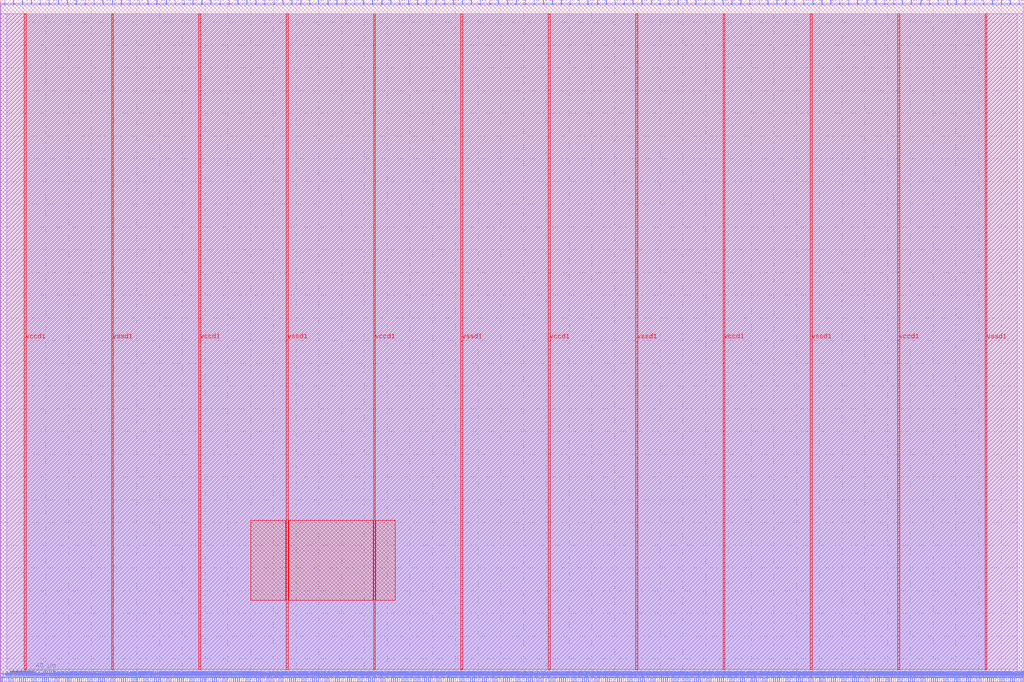
<source format=lef>
VERSION 5.7 ;
  NOWIREEXTENSIONATPIN ON ;
  DIVIDERCHAR "/" ;
  BUSBITCHARS "[]" ;
MACRO user_proj_example
  CLASS BLOCK ;
  FOREIGN user_proj_example ;
  ORIGIN 0.000 0.000 ;
  SIZE 900.000 BY 600.000 ;
  PIN io_in[0]
    DIRECTION INPUT ;
    USE SIGNAL ;
    PORT
      LAYER met2 ;
        RECT 3.770 596.000 4.050 600.000 ;
    END
  END io_in[0]
  PIN io_in[10]
    DIRECTION INPUT ;
    USE SIGNAL ;
    PORT
      LAYER met2 ;
        RECT 240.670 596.000 240.950 600.000 ;
    END
  END io_in[10]
  PIN io_in[11]
    DIRECTION INPUT ;
    USE SIGNAL ;
    PORT
      LAYER met2 ;
        RECT 264.130 596.000 264.410 600.000 ;
    END
  END io_in[11]
  PIN io_in[12]
    DIRECTION INPUT ;
    USE SIGNAL ;
    PORT
      LAYER met2 ;
        RECT 288.050 596.000 288.330 600.000 ;
    END
  END io_in[12]
  PIN io_in[13]
    DIRECTION INPUT ;
    USE SIGNAL ;
    PORT
      LAYER met2 ;
        RECT 311.510 596.000 311.790 600.000 ;
    END
  END io_in[13]
  PIN io_in[14]
    DIRECTION INPUT ;
    USE SIGNAL ;
    PORT
      LAYER met2 ;
        RECT 335.430 596.000 335.710 600.000 ;
    END
  END io_in[14]
  PIN io_in[15]
    DIRECTION INPUT ;
    USE SIGNAL ;
    PORT
      LAYER met2 ;
        RECT 358.890 596.000 359.170 600.000 ;
    END
  END io_in[15]
  PIN io_in[16]
    DIRECTION INPUT ;
    USE SIGNAL ;
    PORT
      LAYER met2 ;
        RECT 382.810 596.000 383.090 600.000 ;
    END
  END io_in[16]
  PIN io_in[17]
    DIRECTION INPUT ;
    USE SIGNAL ;
    PORT
      LAYER met2 ;
        RECT 406.270 596.000 406.550 600.000 ;
    END
  END io_in[17]
  PIN io_in[18]
    DIRECTION INPUT ;
    USE SIGNAL ;
    PORT
      LAYER met2 ;
        RECT 430.190 596.000 430.470 600.000 ;
    END
  END io_in[18]
  PIN io_in[19]
    DIRECTION INPUT ;
    USE SIGNAL ;
    PORT
      LAYER met2 ;
        RECT 453.650 596.000 453.930 600.000 ;
    END
  END io_in[19]
  PIN io_in[1]
    DIRECTION INPUT ;
    USE SIGNAL ;
    PORT
      LAYER met2 ;
        RECT 27.230 596.000 27.510 600.000 ;
    END
  END io_in[1]
  PIN io_in[20]
    DIRECTION INPUT ;
    USE SIGNAL ;
    PORT
      LAYER met2 ;
        RECT 477.570 596.000 477.850 600.000 ;
    END
  END io_in[20]
  PIN io_in[21]
    DIRECTION INPUT ;
    USE SIGNAL ;
    PORT
      LAYER met2 ;
        RECT 501.030 596.000 501.310 600.000 ;
    END
  END io_in[21]
  PIN io_in[22]
    DIRECTION INPUT ;
    USE SIGNAL ;
    PORT
      LAYER met2 ;
        RECT 524.950 596.000 525.230 600.000 ;
    END
  END io_in[22]
  PIN io_in[23]
    DIRECTION INPUT ;
    USE SIGNAL ;
    PORT
      LAYER met2 ;
        RECT 548.410 596.000 548.690 600.000 ;
    END
  END io_in[23]
  PIN io_in[24]
    DIRECTION INPUT ;
    USE SIGNAL ;
    PORT
      LAYER met2 ;
        RECT 572.330 596.000 572.610 600.000 ;
    END
  END io_in[24]
  PIN io_in[25]
    DIRECTION INPUT ;
    USE SIGNAL ;
    PORT
      LAYER met2 ;
        RECT 595.790 596.000 596.070 600.000 ;
    END
  END io_in[25]
  PIN io_in[26]
    DIRECTION INPUT ;
    USE SIGNAL ;
    PORT
      LAYER met2 ;
        RECT 619.710 596.000 619.990 600.000 ;
    END
  END io_in[26]
  PIN io_in[27]
    DIRECTION INPUT ;
    USE SIGNAL ;
    PORT
      LAYER met2 ;
        RECT 643.170 596.000 643.450 600.000 ;
    END
  END io_in[27]
  PIN io_in[28]
    DIRECTION INPUT ;
    USE SIGNAL ;
    PORT
      LAYER met2 ;
        RECT 667.090 596.000 667.370 600.000 ;
    END
  END io_in[28]
  PIN io_in[29]
    DIRECTION INPUT ;
    USE SIGNAL ;
    PORT
      LAYER met2 ;
        RECT 690.550 596.000 690.830 600.000 ;
    END
  END io_in[29]
  PIN io_in[2]
    DIRECTION INPUT ;
    USE SIGNAL ;
    PORT
      LAYER met2 ;
        RECT 51.150 596.000 51.430 600.000 ;
    END
  END io_in[2]
  PIN io_in[30]
    DIRECTION INPUT ;
    USE SIGNAL ;
    PORT
      LAYER met2 ;
        RECT 714.470 596.000 714.750 600.000 ;
    END
  END io_in[30]
  PIN io_in[31]
    DIRECTION INPUT ;
    USE SIGNAL ;
    PORT
      LAYER met2 ;
        RECT 737.930 596.000 738.210 600.000 ;
    END
  END io_in[31]
  PIN io_in[32]
    DIRECTION INPUT ;
    USE SIGNAL ;
    PORT
      LAYER met2 ;
        RECT 761.850 596.000 762.130 600.000 ;
    END
  END io_in[32]
  PIN io_in[33]
    DIRECTION INPUT ;
    USE SIGNAL ;
    PORT
      LAYER met2 ;
        RECT 785.310 596.000 785.590 600.000 ;
    END
  END io_in[33]
  PIN io_in[34]
    DIRECTION INPUT ;
    USE SIGNAL ;
    PORT
      LAYER met2 ;
        RECT 809.230 596.000 809.510 600.000 ;
    END
  END io_in[34]
  PIN io_in[35]
    DIRECTION INPUT ;
    USE SIGNAL ;
    PORT
      LAYER met2 ;
        RECT 832.690 596.000 832.970 600.000 ;
    END
  END io_in[35]
  PIN io_in[36]
    DIRECTION INPUT ;
    USE SIGNAL ;
    PORT
      LAYER met2 ;
        RECT 856.610 596.000 856.890 600.000 ;
    END
  END io_in[36]
  PIN io_in[37]
    DIRECTION INPUT ;
    USE SIGNAL ;
    PORT
      LAYER met2 ;
        RECT 880.070 596.000 880.350 600.000 ;
    END
  END io_in[37]
  PIN io_in[3]
    DIRECTION INPUT ;
    USE SIGNAL ;
    PORT
      LAYER met2 ;
        RECT 74.610 596.000 74.890 600.000 ;
    END
  END io_in[3]
  PIN io_in[4]
    DIRECTION INPUT ;
    USE SIGNAL ;
    PORT
      LAYER met2 ;
        RECT 98.530 596.000 98.810 600.000 ;
    END
  END io_in[4]
  PIN io_in[5]
    DIRECTION INPUT ;
    USE SIGNAL ;
    PORT
      LAYER met2 ;
        RECT 121.990 596.000 122.270 600.000 ;
    END
  END io_in[5]
  PIN io_in[6]
    DIRECTION INPUT ;
    USE SIGNAL ;
    PORT
      LAYER met2 ;
        RECT 145.910 596.000 146.190 600.000 ;
    END
  END io_in[6]
  PIN io_in[7]
    DIRECTION INPUT ;
    USE SIGNAL ;
    PORT
      LAYER met2 ;
        RECT 169.370 596.000 169.650 600.000 ;
    END
  END io_in[7]
  PIN io_in[8]
    DIRECTION INPUT ;
    USE SIGNAL ;
    PORT
      LAYER met2 ;
        RECT 193.290 596.000 193.570 600.000 ;
    END
  END io_in[8]
  PIN io_in[9]
    DIRECTION INPUT ;
    USE SIGNAL ;
    PORT
      LAYER met2 ;
        RECT 216.750 596.000 217.030 600.000 ;
    END
  END io_in[9]
  PIN io_oeb[0]
    DIRECTION OUTPUT TRISTATE ;
    USE SIGNAL ;
    PORT
      LAYER met2 ;
        RECT 11.590 596.000 11.870 600.000 ;
    END
  END io_oeb[0]
  PIN io_oeb[10]
    DIRECTION OUTPUT TRISTATE ;
    USE SIGNAL ;
    PORT
      LAYER met2 ;
        RECT 248.490 596.000 248.770 600.000 ;
    END
  END io_oeb[10]
  PIN io_oeb[11]
    DIRECTION OUTPUT TRISTATE ;
    USE SIGNAL ;
    PORT
      LAYER met2 ;
        RECT 271.950 596.000 272.230 600.000 ;
    END
  END io_oeb[11]
  PIN io_oeb[12]
    DIRECTION OUTPUT TRISTATE ;
    USE SIGNAL ;
    PORT
      LAYER met2 ;
        RECT 295.870 596.000 296.150 600.000 ;
    END
  END io_oeb[12]
  PIN io_oeb[13]
    DIRECTION OUTPUT TRISTATE ;
    USE SIGNAL ;
    PORT
      LAYER met2 ;
        RECT 319.330 596.000 319.610 600.000 ;
    END
  END io_oeb[13]
  PIN io_oeb[14]
    DIRECTION OUTPUT TRISTATE ;
    USE SIGNAL ;
    PORT
      LAYER met2 ;
        RECT 343.250 596.000 343.530 600.000 ;
    END
  END io_oeb[14]
  PIN io_oeb[15]
    DIRECTION OUTPUT TRISTATE ;
    USE SIGNAL ;
    PORT
      LAYER met2 ;
        RECT 366.710 596.000 366.990 600.000 ;
    END
  END io_oeb[15]
  PIN io_oeb[16]
    DIRECTION OUTPUT TRISTATE ;
    USE SIGNAL ;
    PORT
      LAYER met2 ;
        RECT 390.630 596.000 390.910 600.000 ;
    END
  END io_oeb[16]
  PIN io_oeb[17]
    DIRECTION OUTPUT TRISTATE ;
    USE SIGNAL ;
    PORT
      LAYER met2 ;
        RECT 414.090 596.000 414.370 600.000 ;
    END
  END io_oeb[17]
  PIN io_oeb[18]
    DIRECTION OUTPUT TRISTATE ;
    USE SIGNAL ;
    PORT
      LAYER met2 ;
        RECT 438.010 596.000 438.290 600.000 ;
    END
  END io_oeb[18]
  PIN io_oeb[19]
    DIRECTION OUTPUT TRISTATE ;
    USE SIGNAL ;
    PORT
      LAYER met2 ;
        RECT 461.470 596.000 461.750 600.000 ;
    END
  END io_oeb[19]
  PIN io_oeb[1]
    DIRECTION OUTPUT TRISTATE ;
    USE SIGNAL ;
    PORT
      LAYER met2 ;
        RECT 35.050 596.000 35.330 600.000 ;
    END
  END io_oeb[1]
  PIN io_oeb[20]
    DIRECTION OUTPUT TRISTATE ;
    USE SIGNAL ;
    PORT
      LAYER met2 ;
        RECT 485.390 596.000 485.670 600.000 ;
    END
  END io_oeb[20]
  PIN io_oeb[21]
    DIRECTION OUTPUT TRISTATE ;
    USE SIGNAL ;
    PORT
      LAYER met2 ;
        RECT 508.850 596.000 509.130 600.000 ;
    END
  END io_oeb[21]
  PIN io_oeb[22]
    DIRECTION OUTPUT TRISTATE ;
    USE SIGNAL ;
    PORT
      LAYER met2 ;
        RECT 532.770 596.000 533.050 600.000 ;
    END
  END io_oeb[22]
  PIN io_oeb[23]
    DIRECTION OUTPUT TRISTATE ;
    USE SIGNAL ;
    PORT
      LAYER met2 ;
        RECT 556.230 596.000 556.510 600.000 ;
    END
  END io_oeb[23]
  PIN io_oeb[24]
    DIRECTION OUTPUT TRISTATE ;
    USE SIGNAL ;
    PORT
      LAYER met2 ;
        RECT 580.150 596.000 580.430 600.000 ;
    END
  END io_oeb[24]
  PIN io_oeb[25]
    DIRECTION OUTPUT TRISTATE ;
    USE SIGNAL ;
    PORT
      LAYER met2 ;
        RECT 603.610 596.000 603.890 600.000 ;
    END
  END io_oeb[25]
  PIN io_oeb[26]
    DIRECTION OUTPUT TRISTATE ;
    USE SIGNAL ;
    PORT
      LAYER met2 ;
        RECT 627.530 596.000 627.810 600.000 ;
    END
  END io_oeb[26]
  PIN io_oeb[27]
    DIRECTION OUTPUT TRISTATE ;
    USE SIGNAL ;
    PORT
      LAYER met2 ;
        RECT 650.990 596.000 651.270 600.000 ;
    END
  END io_oeb[27]
  PIN io_oeb[28]
    DIRECTION OUTPUT TRISTATE ;
    USE SIGNAL ;
    PORT
      LAYER met2 ;
        RECT 674.910 596.000 675.190 600.000 ;
    END
  END io_oeb[28]
  PIN io_oeb[29]
    DIRECTION OUTPUT TRISTATE ;
    USE SIGNAL ;
    PORT
      LAYER met2 ;
        RECT 698.370 596.000 698.650 600.000 ;
    END
  END io_oeb[29]
  PIN io_oeb[2]
    DIRECTION OUTPUT TRISTATE ;
    USE SIGNAL ;
    PORT
      LAYER met2 ;
        RECT 58.970 596.000 59.250 600.000 ;
    END
  END io_oeb[2]
  PIN io_oeb[30]
    DIRECTION OUTPUT TRISTATE ;
    USE SIGNAL ;
    PORT
      LAYER met2 ;
        RECT 722.290 596.000 722.570 600.000 ;
    END
  END io_oeb[30]
  PIN io_oeb[31]
    DIRECTION OUTPUT TRISTATE ;
    USE SIGNAL ;
    PORT
      LAYER met2 ;
        RECT 745.750 596.000 746.030 600.000 ;
    END
  END io_oeb[31]
  PIN io_oeb[32]
    DIRECTION OUTPUT TRISTATE ;
    USE SIGNAL ;
    PORT
      LAYER met2 ;
        RECT 769.670 596.000 769.950 600.000 ;
    END
  END io_oeb[32]
  PIN io_oeb[33]
    DIRECTION OUTPUT TRISTATE ;
    USE SIGNAL ;
    PORT
      LAYER met2 ;
        RECT 793.130 596.000 793.410 600.000 ;
    END
  END io_oeb[33]
  PIN io_oeb[34]
    DIRECTION OUTPUT TRISTATE ;
    USE SIGNAL ;
    PORT
      LAYER met2 ;
        RECT 817.050 596.000 817.330 600.000 ;
    END
  END io_oeb[34]
  PIN io_oeb[35]
    DIRECTION OUTPUT TRISTATE ;
    USE SIGNAL ;
    PORT
      LAYER met2 ;
        RECT 840.510 596.000 840.790 600.000 ;
    END
  END io_oeb[35]
  PIN io_oeb[36]
    DIRECTION OUTPUT TRISTATE ;
    USE SIGNAL ;
    PORT
      LAYER met2 ;
        RECT 864.430 596.000 864.710 600.000 ;
    END
  END io_oeb[36]
  PIN io_oeb[37]
    DIRECTION OUTPUT TRISTATE ;
    USE SIGNAL ;
    PORT
      LAYER met2 ;
        RECT 887.890 596.000 888.170 600.000 ;
    END
  END io_oeb[37]
  PIN io_oeb[3]
    DIRECTION OUTPUT TRISTATE ;
    USE SIGNAL ;
    PORT
      LAYER met2 ;
        RECT 82.430 596.000 82.710 600.000 ;
    END
  END io_oeb[3]
  PIN io_oeb[4]
    DIRECTION OUTPUT TRISTATE ;
    USE SIGNAL ;
    PORT
      LAYER met2 ;
        RECT 106.350 596.000 106.630 600.000 ;
    END
  END io_oeb[4]
  PIN io_oeb[5]
    DIRECTION OUTPUT TRISTATE ;
    USE SIGNAL ;
    PORT
      LAYER met2 ;
        RECT 129.810 596.000 130.090 600.000 ;
    END
  END io_oeb[5]
  PIN io_oeb[6]
    DIRECTION OUTPUT TRISTATE ;
    USE SIGNAL ;
    PORT
      LAYER met2 ;
        RECT 153.730 596.000 154.010 600.000 ;
    END
  END io_oeb[6]
  PIN io_oeb[7]
    DIRECTION OUTPUT TRISTATE ;
    USE SIGNAL ;
    PORT
      LAYER met2 ;
        RECT 177.190 596.000 177.470 600.000 ;
    END
  END io_oeb[7]
  PIN io_oeb[8]
    DIRECTION OUTPUT TRISTATE ;
    USE SIGNAL ;
    PORT
      LAYER met2 ;
        RECT 201.110 596.000 201.390 600.000 ;
    END
  END io_oeb[8]
  PIN io_oeb[9]
    DIRECTION OUTPUT TRISTATE ;
    USE SIGNAL ;
    PORT
      LAYER met2 ;
        RECT 224.570 596.000 224.850 600.000 ;
    END
  END io_oeb[9]
  PIN io_out[0]
    DIRECTION OUTPUT TRISTATE ;
    USE SIGNAL ;
    PORT
      LAYER met2 ;
        RECT 19.410 596.000 19.690 600.000 ;
    END
  END io_out[0]
  PIN io_out[10]
    DIRECTION OUTPUT TRISTATE ;
    USE SIGNAL ;
    PORT
      LAYER met2 ;
        RECT 256.310 596.000 256.590 600.000 ;
    END
  END io_out[10]
  PIN io_out[11]
    DIRECTION OUTPUT TRISTATE ;
    USE SIGNAL ;
    PORT
      LAYER met2 ;
        RECT 279.770 596.000 280.050 600.000 ;
    END
  END io_out[11]
  PIN io_out[12]
    DIRECTION OUTPUT TRISTATE ;
    USE SIGNAL ;
    PORT
      LAYER met2 ;
        RECT 303.690 596.000 303.970 600.000 ;
    END
  END io_out[12]
  PIN io_out[13]
    DIRECTION OUTPUT TRISTATE ;
    USE SIGNAL ;
    PORT
      LAYER met2 ;
        RECT 327.150 596.000 327.430 600.000 ;
    END
  END io_out[13]
  PIN io_out[14]
    DIRECTION OUTPUT TRISTATE ;
    USE SIGNAL ;
    PORT
      LAYER met2 ;
        RECT 351.070 596.000 351.350 600.000 ;
    END
  END io_out[14]
  PIN io_out[15]
    DIRECTION OUTPUT TRISTATE ;
    USE SIGNAL ;
    PORT
      LAYER met2 ;
        RECT 374.530 596.000 374.810 600.000 ;
    END
  END io_out[15]
  PIN io_out[16]
    DIRECTION OUTPUT TRISTATE ;
    USE SIGNAL ;
    PORT
      LAYER met2 ;
        RECT 398.450 596.000 398.730 600.000 ;
    END
  END io_out[16]
  PIN io_out[17]
    DIRECTION OUTPUT TRISTATE ;
    USE SIGNAL ;
    PORT
      LAYER met2 ;
        RECT 421.910 596.000 422.190 600.000 ;
    END
  END io_out[17]
  PIN io_out[18]
    DIRECTION OUTPUT TRISTATE ;
    USE SIGNAL ;
    PORT
      LAYER met2 ;
        RECT 445.830 596.000 446.110 600.000 ;
    END
  END io_out[18]
  PIN io_out[19]
    DIRECTION OUTPUT TRISTATE ;
    USE SIGNAL ;
    PORT
      LAYER met2 ;
        RECT 469.290 596.000 469.570 600.000 ;
    END
  END io_out[19]
  PIN io_out[1]
    DIRECTION OUTPUT TRISTATE ;
    USE SIGNAL ;
    PORT
      LAYER met2 ;
        RECT 42.870 596.000 43.150 600.000 ;
    END
  END io_out[1]
  PIN io_out[20]
    DIRECTION OUTPUT TRISTATE ;
    USE SIGNAL ;
    PORT
      LAYER met2 ;
        RECT 493.210 596.000 493.490 600.000 ;
    END
  END io_out[20]
  PIN io_out[21]
    DIRECTION OUTPUT TRISTATE ;
    USE SIGNAL ;
    PORT
      LAYER met2 ;
        RECT 516.670 596.000 516.950 600.000 ;
    END
  END io_out[21]
  PIN io_out[22]
    DIRECTION OUTPUT TRISTATE ;
    USE SIGNAL ;
    PORT
      LAYER met2 ;
        RECT 540.590 596.000 540.870 600.000 ;
    END
  END io_out[22]
  PIN io_out[23]
    DIRECTION OUTPUT TRISTATE ;
    USE SIGNAL ;
    PORT
      LAYER met2 ;
        RECT 564.050 596.000 564.330 600.000 ;
    END
  END io_out[23]
  PIN io_out[24]
    DIRECTION OUTPUT TRISTATE ;
    USE SIGNAL ;
    PORT
      LAYER met2 ;
        RECT 587.970 596.000 588.250 600.000 ;
    END
  END io_out[24]
  PIN io_out[25]
    DIRECTION OUTPUT TRISTATE ;
    USE SIGNAL ;
    PORT
      LAYER met2 ;
        RECT 611.430 596.000 611.710 600.000 ;
    END
  END io_out[25]
  PIN io_out[26]
    DIRECTION OUTPUT TRISTATE ;
    USE SIGNAL ;
    PORT
      LAYER met2 ;
        RECT 635.350 596.000 635.630 600.000 ;
    END
  END io_out[26]
  PIN io_out[27]
    DIRECTION OUTPUT TRISTATE ;
    USE SIGNAL ;
    PORT
      LAYER met2 ;
        RECT 658.810 596.000 659.090 600.000 ;
    END
  END io_out[27]
  PIN io_out[28]
    DIRECTION OUTPUT TRISTATE ;
    USE SIGNAL ;
    PORT
      LAYER met2 ;
        RECT 682.730 596.000 683.010 600.000 ;
    END
  END io_out[28]
  PIN io_out[29]
    DIRECTION OUTPUT TRISTATE ;
    USE SIGNAL ;
    PORT
      LAYER met2 ;
        RECT 706.190 596.000 706.470 600.000 ;
    END
  END io_out[29]
  PIN io_out[2]
    DIRECTION OUTPUT TRISTATE ;
    USE SIGNAL ;
    PORT
      LAYER met2 ;
        RECT 66.790 596.000 67.070 600.000 ;
    END
  END io_out[2]
  PIN io_out[30]
    DIRECTION OUTPUT TRISTATE ;
    USE SIGNAL ;
    PORT
      LAYER met2 ;
        RECT 730.110 596.000 730.390 600.000 ;
    END
  END io_out[30]
  PIN io_out[31]
    DIRECTION OUTPUT TRISTATE ;
    USE SIGNAL ;
    PORT
      LAYER met2 ;
        RECT 753.570 596.000 753.850 600.000 ;
    END
  END io_out[31]
  PIN io_out[32]
    DIRECTION OUTPUT TRISTATE ;
    USE SIGNAL ;
    PORT
      LAYER met2 ;
        RECT 777.490 596.000 777.770 600.000 ;
    END
  END io_out[32]
  PIN io_out[33]
    DIRECTION OUTPUT TRISTATE ;
    USE SIGNAL ;
    PORT
      LAYER met2 ;
        RECT 800.950 596.000 801.230 600.000 ;
    END
  END io_out[33]
  PIN io_out[34]
    DIRECTION OUTPUT TRISTATE ;
    USE SIGNAL ;
    PORT
      LAYER met2 ;
        RECT 824.870 596.000 825.150 600.000 ;
    END
  END io_out[34]
  PIN io_out[35]
    DIRECTION OUTPUT TRISTATE ;
    USE SIGNAL ;
    PORT
      LAYER met2 ;
        RECT 848.330 596.000 848.610 600.000 ;
    END
  END io_out[35]
  PIN io_out[36]
    DIRECTION OUTPUT TRISTATE ;
    USE SIGNAL ;
    PORT
      LAYER met2 ;
        RECT 872.250 596.000 872.530 600.000 ;
    END
  END io_out[36]
  PIN io_out[37]
    DIRECTION OUTPUT TRISTATE ;
    USE SIGNAL ;
    PORT
      LAYER met2 ;
        RECT 895.710 596.000 895.990 600.000 ;
    END
  END io_out[37]
  PIN io_out[3]
    DIRECTION OUTPUT TRISTATE ;
    USE SIGNAL ;
    PORT
      LAYER met2 ;
        RECT 90.250 596.000 90.530 600.000 ;
    END
  END io_out[3]
  PIN io_out[4]
    DIRECTION OUTPUT TRISTATE ;
    USE SIGNAL ;
    PORT
      LAYER met2 ;
        RECT 114.170 596.000 114.450 600.000 ;
    END
  END io_out[4]
  PIN io_out[5]
    DIRECTION OUTPUT TRISTATE ;
    USE SIGNAL ;
    PORT
      LAYER met2 ;
        RECT 137.630 596.000 137.910 600.000 ;
    END
  END io_out[5]
  PIN io_out[6]
    DIRECTION OUTPUT TRISTATE ;
    USE SIGNAL ;
    PORT
      LAYER met2 ;
        RECT 161.550 596.000 161.830 600.000 ;
    END
  END io_out[6]
  PIN io_out[7]
    DIRECTION OUTPUT TRISTATE ;
    USE SIGNAL ;
    PORT
      LAYER met2 ;
        RECT 185.010 596.000 185.290 600.000 ;
    END
  END io_out[7]
  PIN io_out[8]
    DIRECTION OUTPUT TRISTATE ;
    USE SIGNAL ;
    PORT
      LAYER met2 ;
        RECT 208.930 596.000 209.210 600.000 ;
    END
  END io_out[8]
  PIN io_out[9]
    DIRECTION OUTPUT TRISTATE ;
    USE SIGNAL ;
    PORT
      LAYER met2 ;
        RECT 232.390 596.000 232.670 600.000 ;
    END
  END io_out[9]
  PIN irq[0]
    DIRECTION OUTPUT TRISTATE ;
    USE SIGNAL ;
    PORT
      LAYER met2 ;
        RECT 895.250 0.000 895.530 4.000 ;
    END
  END irq[0]
  PIN irq[1]
    DIRECTION OUTPUT TRISTATE ;
    USE SIGNAL ;
    PORT
      LAYER met2 ;
        RECT 897.090 0.000 897.370 4.000 ;
    END
  END irq[1]
  PIN irq[2]
    DIRECTION OUTPUT TRISTATE ;
    USE SIGNAL ;
    PORT
      LAYER met2 ;
        RECT 898.930 0.000 899.210 4.000 ;
    END
  END irq[2]
  PIN la_data_in[0]
    DIRECTION INPUT ;
    USE SIGNAL ;
    PORT
      LAYER met2 ;
        RECT 193.750 0.000 194.030 4.000 ;
    END
  END la_data_in[0]
  PIN la_data_in[100]
    DIRECTION INPUT ;
    USE SIGNAL ;
    PORT
      LAYER met2 ;
        RECT 741.610 0.000 741.890 4.000 ;
    END
  END la_data_in[100]
  PIN la_data_in[101]
    DIRECTION INPUT ;
    USE SIGNAL ;
    PORT
      LAYER met2 ;
        RECT 747.130 0.000 747.410 4.000 ;
    END
  END la_data_in[101]
  PIN la_data_in[102]
    DIRECTION INPUT ;
    USE SIGNAL ;
    PORT
      LAYER met2 ;
        RECT 752.650 0.000 752.930 4.000 ;
    END
  END la_data_in[102]
  PIN la_data_in[103]
    DIRECTION INPUT ;
    USE SIGNAL ;
    PORT
      LAYER met2 ;
        RECT 758.170 0.000 758.450 4.000 ;
    END
  END la_data_in[103]
  PIN la_data_in[104]
    DIRECTION INPUT ;
    USE SIGNAL ;
    PORT
      LAYER met2 ;
        RECT 763.690 0.000 763.970 4.000 ;
    END
  END la_data_in[104]
  PIN la_data_in[105]
    DIRECTION INPUT ;
    USE SIGNAL ;
    PORT
      LAYER met2 ;
        RECT 769.210 0.000 769.490 4.000 ;
    END
  END la_data_in[105]
  PIN la_data_in[106]
    DIRECTION INPUT ;
    USE SIGNAL ;
    PORT
      LAYER met2 ;
        RECT 774.730 0.000 775.010 4.000 ;
    END
  END la_data_in[106]
  PIN la_data_in[107]
    DIRECTION INPUT ;
    USE SIGNAL ;
    PORT
      LAYER met2 ;
        RECT 780.250 0.000 780.530 4.000 ;
    END
  END la_data_in[107]
  PIN la_data_in[108]
    DIRECTION INPUT ;
    USE SIGNAL ;
    PORT
      LAYER met2 ;
        RECT 785.310 0.000 785.590 4.000 ;
    END
  END la_data_in[108]
  PIN la_data_in[109]
    DIRECTION INPUT ;
    USE SIGNAL ;
    PORT
      LAYER met2 ;
        RECT 790.830 0.000 791.110 4.000 ;
    END
  END la_data_in[109]
  PIN la_data_in[10]
    DIRECTION INPUT ;
    USE SIGNAL ;
    PORT
      LAYER met2 ;
        RECT 248.490 0.000 248.770 4.000 ;
    END
  END la_data_in[10]
  PIN la_data_in[110]
    DIRECTION INPUT ;
    USE SIGNAL ;
    PORT
      LAYER met2 ;
        RECT 796.350 0.000 796.630 4.000 ;
    END
  END la_data_in[110]
  PIN la_data_in[111]
    DIRECTION INPUT ;
    USE SIGNAL ;
    PORT
      LAYER met2 ;
        RECT 801.870 0.000 802.150 4.000 ;
    END
  END la_data_in[111]
  PIN la_data_in[112]
    DIRECTION INPUT ;
    USE SIGNAL ;
    PORT
      LAYER met2 ;
        RECT 807.390 0.000 807.670 4.000 ;
    END
  END la_data_in[112]
  PIN la_data_in[113]
    DIRECTION INPUT ;
    USE SIGNAL ;
    PORT
      LAYER met2 ;
        RECT 812.910 0.000 813.190 4.000 ;
    END
  END la_data_in[113]
  PIN la_data_in[114]
    DIRECTION INPUT ;
    USE SIGNAL ;
    PORT
      LAYER met2 ;
        RECT 818.430 0.000 818.710 4.000 ;
    END
  END la_data_in[114]
  PIN la_data_in[115]
    DIRECTION INPUT ;
    USE SIGNAL ;
    PORT
      LAYER met2 ;
        RECT 823.950 0.000 824.230 4.000 ;
    END
  END la_data_in[115]
  PIN la_data_in[116]
    DIRECTION INPUT ;
    USE SIGNAL ;
    PORT
      LAYER met2 ;
        RECT 829.470 0.000 829.750 4.000 ;
    END
  END la_data_in[116]
  PIN la_data_in[117]
    DIRECTION INPUT ;
    USE SIGNAL ;
    PORT
      LAYER met2 ;
        RECT 834.990 0.000 835.270 4.000 ;
    END
  END la_data_in[117]
  PIN la_data_in[118]
    DIRECTION INPUT ;
    USE SIGNAL ;
    PORT
      LAYER met2 ;
        RECT 840.510 0.000 840.790 4.000 ;
    END
  END la_data_in[118]
  PIN la_data_in[119]
    DIRECTION INPUT ;
    USE SIGNAL ;
    PORT
      LAYER met2 ;
        RECT 845.570 0.000 845.850 4.000 ;
    END
  END la_data_in[119]
  PIN la_data_in[11]
    DIRECTION INPUT ;
    USE SIGNAL ;
    PORT
      LAYER met2 ;
        RECT 254.010 0.000 254.290 4.000 ;
    END
  END la_data_in[11]
  PIN la_data_in[120]
    DIRECTION INPUT ;
    USE SIGNAL ;
    PORT
      LAYER met2 ;
        RECT 851.090 0.000 851.370 4.000 ;
    END
  END la_data_in[120]
  PIN la_data_in[121]
    DIRECTION INPUT ;
    USE SIGNAL ;
    PORT
      LAYER met2 ;
        RECT 856.610 0.000 856.890 4.000 ;
    END
  END la_data_in[121]
  PIN la_data_in[122]
    DIRECTION INPUT ;
    USE SIGNAL ;
    PORT
      LAYER met2 ;
        RECT 862.130 0.000 862.410 4.000 ;
    END
  END la_data_in[122]
  PIN la_data_in[123]
    DIRECTION INPUT ;
    USE SIGNAL ;
    PORT
      LAYER met2 ;
        RECT 867.650 0.000 867.930 4.000 ;
    END
  END la_data_in[123]
  PIN la_data_in[124]
    DIRECTION INPUT ;
    USE SIGNAL ;
    PORT
      LAYER met2 ;
        RECT 873.170 0.000 873.450 4.000 ;
    END
  END la_data_in[124]
  PIN la_data_in[125]
    DIRECTION INPUT ;
    USE SIGNAL ;
    PORT
      LAYER met2 ;
        RECT 878.690 0.000 878.970 4.000 ;
    END
  END la_data_in[125]
  PIN la_data_in[126]
    DIRECTION INPUT ;
    USE SIGNAL ;
    PORT
      LAYER met2 ;
        RECT 884.210 0.000 884.490 4.000 ;
    END
  END la_data_in[126]
  PIN la_data_in[127]
    DIRECTION INPUT ;
    USE SIGNAL ;
    PORT
      LAYER met2 ;
        RECT 889.730 0.000 890.010 4.000 ;
    END
  END la_data_in[127]
  PIN la_data_in[12]
    DIRECTION INPUT ;
    USE SIGNAL ;
    PORT
      LAYER met2 ;
        RECT 259.530 0.000 259.810 4.000 ;
    END
  END la_data_in[12]
  PIN la_data_in[13]
    DIRECTION INPUT ;
    USE SIGNAL ;
    PORT
      LAYER met2 ;
        RECT 265.050 0.000 265.330 4.000 ;
    END
  END la_data_in[13]
  PIN la_data_in[14]
    DIRECTION INPUT ;
    USE SIGNAL ;
    PORT
      LAYER met2 ;
        RECT 270.570 0.000 270.850 4.000 ;
    END
  END la_data_in[14]
  PIN la_data_in[15]
    DIRECTION INPUT ;
    USE SIGNAL ;
    PORT
      LAYER met2 ;
        RECT 276.090 0.000 276.370 4.000 ;
    END
  END la_data_in[15]
  PIN la_data_in[16]
    DIRECTION INPUT ;
    USE SIGNAL ;
    PORT
      LAYER met2 ;
        RECT 281.610 0.000 281.890 4.000 ;
    END
  END la_data_in[16]
  PIN la_data_in[17]
    DIRECTION INPUT ;
    USE SIGNAL ;
    PORT
      LAYER met2 ;
        RECT 287.130 0.000 287.410 4.000 ;
    END
  END la_data_in[17]
  PIN la_data_in[18]
    DIRECTION INPUT ;
    USE SIGNAL ;
    PORT
      LAYER met2 ;
        RECT 292.650 0.000 292.930 4.000 ;
    END
  END la_data_in[18]
  PIN la_data_in[19]
    DIRECTION INPUT ;
    USE SIGNAL ;
    PORT
      LAYER met2 ;
        RECT 298.170 0.000 298.450 4.000 ;
    END
  END la_data_in[19]
  PIN la_data_in[1]
    DIRECTION INPUT ;
    USE SIGNAL ;
    PORT
      LAYER met2 ;
        RECT 199.270 0.000 199.550 4.000 ;
    END
  END la_data_in[1]
  PIN la_data_in[20]
    DIRECTION INPUT ;
    USE SIGNAL ;
    PORT
      LAYER met2 ;
        RECT 303.230 0.000 303.510 4.000 ;
    END
  END la_data_in[20]
  PIN la_data_in[21]
    DIRECTION INPUT ;
    USE SIGNAL ;
    PORT
      LAYER met2 ;
        RECT 308.750 0.000 309.030 4.000 ;
    END
  END la_data_in[21]
  PIN la_data_in[22]
    DIRECTION INPUT ;
    USE SIGNAL ;
    PORT
      LAYER met2 ;
        RECT 314.270 0.000 314.550 4.000 ;
    END
  END la_data_in[22]
  PIN la_data_in[23]
    DIRECTION INPUT ;
    USE SIGNAL ;
    PORT
      LAYER met2 ;
        RECT 319.790 0.000 320.070 4.000 ;
    END
  END la_data_in[23]
  PIN la_data_in[24]
    DIRECTION INPUT ;
    USE SIGNAL ;
    PORT
      LAYER met2 ;
        RECT 325.310 0.000 325.590 4.000 ;
    END
  END la_data_in[24]
  PIN la_data_in[25]
    DIRECTION INPUT ;
    USE SIGNAL ;
    PORT
      LAYER met2 ;
        RECT 330.830 0.000 331.110 4.000 ;
    END
  END la_data_in[25]
  PIN la_data_in[26]
    DIRECTION INPUT ;
    USE SIGNAL ;
    PORT
      LAYER met2 ;
        RECT 336.350 0.000 336.630 4.000 ;
    END
  END la_data_in[26]
  PIN la_data_in[27]
    DIRECTION INPUT ;
    USE SIGNAL ;
    PORT
      LAYER met2 ;
        RECT 341.870 0.000 342.150 4.000 ;
    END
  END la_data_in[27]
  PIN la_data_in[28]
    DIRECTION INPUT ;
    USE SIGNAL ;
    PORT
      LAYER met2 ;
        RECT 347.390 0.000 347.670 4.000 ;
    END
  END la_data_in[28]
  PIN la_data_in[29]
    DIRECTION INPUT ;
    USE SIGNAL ;
    PORT
      LAYER met2 ;
        RECT 352.910 0.000 353.190 4.000 ;
    END
  END la_data_in[29]
  PIN la_data_in[2]
    DIRECTION INPUT ;
    USE SIGNAL ;
    PORT
      LAYER met2 ;
        RECT 204.790 0.000 205.070 4.000 ;
    END
  END la_data_in[2]
  PIN la_data_in[30]
    DIRECTION INPUT ;
    USE SIGNAL ;
    PORT
      LAYER met2 ;
        RECT 358.430 0.000 358.710 4.000 ;
    END
  END la_data_in[30]
  PIN la_data_in[31]
    DIRECTION INPUT ;
    USE SIGNAL ;
    PORT
      LAYER met2 ;
        RECT 363.490 0.000 363.770 4.000 ;
    END
  END la_data_in[31]
  PIN la_data_in[32]
    DIRECTION INPUT ;
    USE SIGNAL ;
    PORT
      LAYER met2 ;
        RECT 369.010 0.000 369.290 4.000 ;
    END
  END la_data_in[32]
  PIN la_data_in[33]
    DIRECTION INPUT ;
    USE SIGNAL ;
    PORT
      LAYER met2 ;
        RECT 374.530 0.000 374.810 4.000 ;
    END
  END la_data_in[33]
  PIN la_data_in[34]
    DIRECTION INPUT ;
    USE SIGNAL ;
    PORT
      LAYER met2 ;
        RECT 380.050 0.000 380.330 4.000 ;
    END
  END la_data_in[34]
  PIN la_data_in[35]
    DIRECTION INPUT ;
    USE SIGNAL ;
    PORT
      LAYER met2 ;
        RECT 385.570 0.000 385.850 4.000 ;
    END
  END la_data_in[35]
  PIN la_data_in[36]
    DIRECTION INPUT ;
    USE SIGNAL ;
    PORT
      LAYER met2 ;
        RECT 391.090 0.000 391.370 4.000 ;
    END
  END la_data_in[36]
  PIN la_data_in[37]
    DIRECTION INPUT ;
    USE SIGNAL ;
    PORT
      LAYER met2 ;
        RECT 396.610 0.000 396.890 4.000 ;
    END
  END la_data_in[37]
  PIN la_data_in[38]
    DIRECTION INPUT ;
    USE SIGNAL ;
    PORT
      LAYER met2 ;
        RECT 402.130 0.000 402.410 4.000 ;
    END
  END la_data_in[38]
  PIN la_data_in[39]
    DIRECTION INPUT ;
    USE SIGNAL ;
    PORT
      LAYER met2 ;
        RECT 407.650 0.000 407.930 4.000 ;
    END
  END la_data_in[39]
  PIN la_data_in[3]
    DIRECTION INPUT ;
    USE SIGNAL ;
    PORT
      LAYER met2 ;
        RECT 210.310 0.000 210.590 4.000 ;
    END
  END la_data_in[3]
  PIN la_data_in[40]
    DIRECTION INPUT ;
    USE SIGNAL ;
    PORT
      LAYER met2 ;
        RECT 413.170 0.000 413.450 4.000 ;
    END
  END la_data_in[40]
  PIN la_data_in[41]
    DIRECTION INPUT ;
    USE SIGNAL ;
    PORT
      LAYER met2 ;
        RECT 418.690 0.000 418.970 4.000 ;
    END
  END la_data_in[41]
  PIN la_data_in[42]
    DIRECTION INPUT ;
    USE SIGNAL ;
    PORT
      LAYER met2 ;
        RECT 423.750 0.000 424.030 4.000 ;
    END
  END la_data_in[42]
  PIN la_data_in[43]
    DIRECTION INPUT ;
    USE SIGNAL ;
    PORT
      LAYER met2 ;
        RECT 429.270 0.000 429.550 4.000 ;
    END
  END la_data_in[43]
  PIN la_data_in[44]
    DIRECTION INPUT ;
    USE SIGNAL ;
    PORT
      LAYER met2 ;
        RECT 434.790 0.000 435.070 4.000 ;
    END
  END la_data_in[44]
  PIN la_data_in[45]
    DIRECTION INPUT ;
    USE SIGNAL ;
    PORT
      LAYER met2 ;
        RECT 440.310 0.000 440.590 4.000 ;
    END
  END la_data_in[45]
  PIN la_data_in[46]
    DIRECTION INPUT ;
    USE SIGNAL ;
    PORT
      LAYER met2 ;
        RECT 445.830 0.000 446.110 4.000 ;
    END
  END la_data_in[46]
  PIN la_data_in[47]
    DIRECTION INPUT ;
    USE SIGNAL ;
    PORT
      LAYER met2 ;
        RECT 451.350 0.000 451.630 4.000 ;
    END
  END la_data_in[47]
  PIN la_data_in[48]
    DIRECTION INPUT ;
    USE SIGNAL ;
    PORT
      LAYER met2 ;
        RECT 456.870 0.000 457.150 4.000 ;
    END
  END la_data_in[48]
  PIN la_data_in[49]
    DIRECTION INPUT ;
    USE SIGNAL ;
    PORT
      LAYER met2 ;
        RECT 462.390 0.000 462.670 4.000 ;
    END
  END la_data_in[49]
  PIN la_data_in[4]
    DIRECTION INPUT ;
    USE SIGNAL ;
    PORT
      LAYER met2 ;
        RECT 215.830 0.000 216.110 4.000 ;
    END
  END la_data_in[4]
  PIN la_data_in[50]
    DIRECTION INPUT ;
    USE SIGNAL ;
    PORT
      LAYER met2 ;
        RECT 467.910 0.000 468.190 4.000 ;
    END
  END la_data_in[50]
  PIN la_data_in[51]
    DIRECTION INPUT ;
    USE SIGNAL ;
    PORT
      LAYER met2 ;
        RECT 473.430 0.000 473.710 4.000 ;
    END
  END la_data_in[51]
  PIN la_data_in[52]
    DIRECTION INPUT ;
    USE SIGNAL ;
    PORT
      LAYER met2 ;
        RECT 478.950 0.000 479.230 4.000 ;
    END
  END la_data_in[52]
  PIN la_data_in[53]
    DIRECTION INPUT ;
    USE SIGNAL ;
    PORT
      LAYER met2 ;
        RECT 484.010 0.000 484.290 4.000 ;
    END
  END la_data_in[53]
  PIN la_data_in[54]
    DIRECTION INPUT ;
    USE SIGNAL ;
    PORT
      LAYER met2 ;
        RECT 489.530 0.000 489.810 4.000 ;
    END
  END la_data_in[54]
  PIN la_data_in[55]
    DIRECTION INPUT ;
    USE SIGNAL ;
    PORT
      LAYER met2 ;
        RECT 495.050 0.000 495.330 4.000 ;
    END
  END la_data_in[55]
  PIN la_data_in[56]
    DIRECTION INPUT ;
    USE SIGNAL ;
    PORT
      LAYER met2 ;
        RECT 500.570 0.000 500.850 4.000 ;
    END
  END la_data_in[56]
  PIN la_data_in[57]
    DIRECTION INPUT ;
    USE SIGNAL ;
    PORT
      LAYER met2 ;
        RECT 506.090 0.000 506.370 4.000 ;
    END
  END la_data_in[57]
  PIN la_data_in[58]
    DIRECTION INPUT ;
    USE SIGNAL ;
    PORT
      LAYER met2 ;
        RECT 511.610 0.000 511.890 4.000 ;
    END
  END la_data_in[58]
  PIN la_data_in[59]
    DIRECTION INPUT ;
    USE SIGNAL ;
    PORT
      LAYER met2 ;
        RECT 517.130 0.000 517.410 4.000 ;
    END
  END la_data_in[59]
  PIN la_data_in[5]
    DIRECTION INPUT ;
    USE SIGNAL ;
    PORT
      LAYER met2 ;
        RECT 221.350 0.000 221.630 4.000 ;
    END
  END la_data_in[5]
  PIN la_data_in[60]
    DIRECTION INPUT ;
    USE SIGNAL ;
    PORT
      LAYER met2 ;
        RECT 522.650 0.000 522.930 4.000 ;
    END
  END la_data_in[60]
  PIN la_data_in[61]
    DIRECTION INPUT ;
    USE SIGNAL ;
    PORT
      LAYER met2 ;
        RECT 528.170 0.000 528.450 4.000 ;
    END
  END la_data_in[61]
  PIN la_data_in[62]
    DIRECTION INPUT ;
    USE SIGNAL ;
    PORT
      LAYER met2 ;
        RECT 533.690 0.000 533.970 4.000 ;
    END
  END la_data_in[62]
  PIN la_data_in[63]
    DIRECTION INPUT ;
    USE SIGNAL ;
    PORT
      LAYER met2 ;
        RECT 539.210 0.000 539.490 4.000 ;
    END
  END la_data_in[63]
  PIN la_data_in[64]
    DIRECTION INPUT ;
    USE SIGNAL ;
    PORT
      LAYER met2 ;
        RECT 544.270 0.000 544.550 4.000 ;
    END
  END la_data_in[64]
  PIN la_data_in[65]
    DIRECTION INPUT ;
    USE SIGNAL ;
    PORT
      LAYER met2 ;
        RECT 549.790 0.000 550.070 4.000 ;
    END
  END la_data_in[65]
  PIN la_data_in[66]
    DIRECTION INPUT ;
    USE SIGNAL ;
    PORT
      LAYER met2 ;
        RECT 555.310 0.000 555.590 4.000 ;
    END
  END la_data_in[66]
  PIN la_data_in[67]
    DIRECTION INPUT ;
    USE SIGNAL ;
    PORT
      LAYER met2 ;
        RECT 560.830 0.000 561.110 4.000 ;
    END
  END la_data_in[67]
  PIN la_data_in[68]
    DIRECTION INPUT ;
    USE SIGNAL ;
    PORT
      LAYER met2 ;
        RECT 566.350 0.000 566.630 4.000 ;
    END
  END la_data_in[68]
  PIN la_data_in[69]
    DIRECTION INPUT ;
    USE SIGNAL ;
    PORT
      LAYER met2 ;
        RECT 571.870 0.000 572.150 4.000 ;
    END
  END la_data_in[69]
  PIN la_data_in[6]
    DIRECTION INPUT ;
    USE SIGNAL ;
    PORT
      LAYER met2 ;
        RECT 226.870 0.000 227.150 4.000 ;
    END
  END la_data_in[6]
  PIN la_data_in[70]
    DIRECTION INPUT ;
    USE SIGNAL ;
    PORT
      LAYER met2 ;
        RECT 577.390 0.000 577.670 4.000 ;
    END
  END la_data_in[70]
  PIN la_data_in[71]
    DIRECTION INPUT ;
    USE SIGNAL ;
    PORT
      LAYER met2 ;
        RECT 582.910 0.000 583.190 4.000 ;
    END
  END la_data_in[71]
  PIN la_data_in[72]
    DIRECTION INPUT ;
    USE SIGNAL ;
    PORT
      LAYER met2 ;
        RECT 588.430 0.000 588.710 4.000 ;
    END
  END la_data_in[72]
  PIN la_data_in[73]
    DIRECTION INPUT ;
    USE SIGNAL ;
    PORT
      LAYER met2 ;
        RECT 593.950 0.000 594.230 4.000 ;
    END
  END la_data_in[73]
  PIN la_data_in[74]
    DIRECTION INPUT ;
    USE SIGNAL ;
    PORT
      LAYER met2 ;
        RECT 599.470 0.000 599.750 4.000 ;
    END
  END la_data_in[74]
  PIN la_data_in[75]
    DIRECTION INPUT ;
    USE SIGNAL ;
    PORT
      LAYER met2 ;
        RECT 604.530 0.000 604.810 4.000 ;
    END
  END la_data_in[75]
  PIN la_data_in[76]
    DIRECTION INPUT ;
    USE SIGNAL ;
    PORT
      LAYER met2 ;
        RECT 610.050 0.000 610.330 4.000 ;
    END
  END la_data_in[76]
  PIN la_data_in[77]
    DIRECTION INPUT ;
    USE SIGNAL ;
    PORT
      LAYER met2 ;
        RECT 615.570 0.000 615.850 4.000 ;
    END
  END la_data_in[77]
  PIN la_data_in[78]
    DIRECTION INPUT ;
    USE SIGNAL ;
    PORT
      LAYER met2 ;
        RECT 621.090 0.000 621.370 4.000 ;
    END
  END la_data_in[78]
  PIN la_data_in[79]
    DIRECTION INPUT ;
    USE SIGNAL ;
    PORT
      LAYER met2 ;
        RECT 626.610 0.000 626.890 4.000 ;
    END
  END la_data_in[79]
  PIN la_data_in[7]
    DIRECTION INPUT ;
    USE SIGNAL ;
    PORT
      LAYER met2 ;
        RECT 232.390 0.000 232.670 4.000 ;
    END
  END la_data_in[7]
  PIN la_data_in[80]
    DIRECTION INPUT ;
    USE SIGNAL ;
    PORT
      LAYER met2 ;
        RECT 632.130 0.000 632.410 4.000 ;
    END
  END la_data_in[80]
  PIN la_data_in[81]
    DIRECTION INPUT ;
    USE SIGNAL ;
    PORT
      LAYER met2 ;
        RECT 637.650 0.000 637.930 4.000 ;
    END
  END la_data_in[81]
  PIN la_data_in[82]
    DIRECTION INPUT ;
    USE SIGNAL ;
    PORT
      LAYER met2 ;
        RECT 643.170 0.000 643.450 4.000 ;
    END
  END la_data_in[82]
  PIN la_data_in[83]
    DIRECTION INPUT ;
    USE SIGNAL ;
    PORT
      LAYER met2 ;
        RECT 648.690 0.000 648.970 4.000 ;
    END
  END la_data_in[83]
  PIN la_data_in[84]
    DIRECTION INPUT ;
    USE SIGNAL ;
    PORT
      LAYER met2 ;
        RECT 654.210 0.000 654.490 4.000 ;
    END
  END la_data_in[84]
  PIN la_data_in[85]
    DIRECTION INPUT ;
    USE SIGNAL ;
    PORT
      LAYER met2 ;
        RECT 659.730 0.000 660.010 4.000 ;
    END
  END la_data_in[85]
  PIN la_data_in[86]
    DIRECTION INPUT ;
    USE SIGNAL ;
    PORT
      LAYER met2 ;
        RECT 664.790 0.000 665.070 4.000 ;
    END
  END la_data_in[86]
  PIN la_data_in[87]
    DIRECTION INPUT ;
    USE SIGNAL ;
    PORT
      LAYER met2 ;
        RECT 670.310 0.000 670.590 4.000 ;
    END
  END la_data_in[87]
  PIN la_data_in[88]
    DIRECTION INPUT ;
    USE SIGNAL ;
    PORT
      LAYER met2 ;
        RECT 675.830 0.000 676.110 4.000 ;
    END
  END la_data_in[88]
  PIN la_data_in[89]
    DIRECTION INPUT ;
    USE SIGNAL ;
    PORT
      LAYER met2 ;
        RECT 681.350 0.000 681.630 4.000 ;
    END
  END la_data_in[89]
  PIN la_data_in[8]
    DIRECTION INPUT ;
    USE SIGNAL ;
    PORT
      LAYER met2 ;
        RECT 237.910 0.000 238.190 4.000 ;
    END
  END la_data_in[8]
  PIN la_data_in[90]
    DIRECTION INPUT ;
    USE SIGNAL ;
    PORT
      LAYER met2 ;
        RECT 686.870 0.000 687.150 4.000 ;
    END
  END la_data_in[90]
  PIN la_data_in[91]
    DIRECTION INPUT ;
    USE SIGNAL ;
    PORT
      LAYER met2 ;
        RECT 692.390 0.000 692.670 4.000 ;
    END
  END la_data_in[91]
  PIN la_data_in[92]
    DIRECTION INPUT ;
    USE SIGNAL ;
    PORT
      LAYER met2 ;
        RECT 697.910 0.000 698.190 4.000 ;
    END
  END la_data_in[92]
  PIN la_data_in[93]
    DIRECTION INPUT ;
    USE SIGNAL ;
    PORT
      LAYER met2 ;
        RECT 703.430 0.000 703.710 4.000 ;
    END
  END la_data_in[93]
  PIN la_data_in[94]
    DIRECTION INPUT ;
    USE SIGNAL ;
    PORT
      LAYER met2 ;
        RECT 708.950 0.000 709.230 4.000 ;
    END
  END la_data_in[94]
  PIN la_data_in[95]
    DIRECTION INPUT ;
    USE SIGNAL ;
    PORT
      LAYER met2 ;
        RECT 714.470 0.000 714.750 4.000 ;
    END
  END la_data_in[95]
  PIN la_data_in[96]
    DIRECTION INPUT ;
    USE SIGNAL ;
    PORT
      LAYER met2 ;
        RECT 719.990 0.000 720.270 4.000 ;
    END
  END la_data_in[96]
  PIN la_data_in[97]
    DIRECTION INPUT ;
    USE SIGNAL ;
    PORT
      LAYER met2 ;
        RECT 725.050 0.000 725.330 4.000 ;
    END
  END la_data_in[97]
  PIN la_data_in[98]
    DIRECTION INPUT ;
    USE SIGNAL ;
    PORT
      LAYER met2 ;
        RECT 730.570 0.000 730.850 4.000 ;
    END
  END la_data_in[98]
  PIN la_data_in[99]
    DIRECTION INPUT ;
    USE SIGNAL ;
    PORT
      LAYER met2 ;
        RECT 736.090 0.000 736.370 4.000 ;
    END
  END la_data_in[99]
  PIN la_data_in[9]
    DIRECTION INPUT ;
    USE SIGNAL ;
    PORT
      LAYER met2 ;
        RECT 242.970 0.000 243.250 4.000 ;
    END
  END la_data_in[9]
  PIN la_data_out[0]
    DIRECTION OUTPUT TRISTATE ;
    USE SIGNAL ;
    PORT
      LAYER met2 ;
        RECT 195.590 0.000 195.870 4.000 ;
    END
  END la_data_out[0]
  PIN la_data_out[100]
    DIRECTION OUTPUT TRISTATE ;
    USE SIGNAL ;
    PORT
      LAYER met2 ;
        RECT 743.450 0.000 743.730 4.000 ;
    END
  END la_data_out[100]
  PIN la_data_out[101]
    DIRECTION OUTPUT TRISTATE ;
    USE SIGNAL ;
    PORT
      LAYER met2 ;
        RECT 748.970 0.000 749.250 4.000 ;
    END
  END la_data_out[101]
  PIN la_data_out[102]
    DIRECTION OUTPUT TRISTATE ;
    USE SIGNAL ;
    PORT
      LAYER met2 ;
        RECT 754.490 0.000 754.770 4.000 ;
    END
  END la_data_out[102]
  PIN la_data_out[103]
    DIRECTION OUTPUT TRISTATE ;
    USE SIGNAL ;
    PORT
      LAYER met2 ;
        RECT 760.010 0.000 760.290 4.000 ;
    END
  END la_data_out[103]
  PIN la_data_out[104]
    DIRECTION OUTPUT TRISTATE ;
    USE SIGNAL ;
    PORT
      LAYER met2 ;
        RECT 765.530 0.000 765.810 4.000 ;
    END
  END la_data_out[104]
  PIN la_data_out[105]
    DIRECTION OUTPUT TRISTATE ;
    USE SIGNAL ;
    PORT
      LAYER met2 ;
        RECT 771.050 0.000 771.330 4.000 ;
    END
  END la_data_out[105]
  PIN la_data_out[106]
    DIRECTION OUTPUT TRISTATE ;
    USE SIGNAL ;
    PORT
      LAYER met2 ;
        RECT 776.570 0.000 776.850 4.000 ;
    END
  END la_data_out[106]
  PIN la_data_out[107]
    DIRECTION OUTPUT TRISTATE ;
    USE SIGNAL ;
    PORT
      LAYER met2 ;
        RECT 781.630 0.000 781.910 4.000 ;
    END
  END la_data_out[107]
  PIN la_data_out[108]
    DIRECTION OUTPUT TRISTATE ;
    USE SIGNAL ;
    PORT
      LAYER met2 ;
        RECT 787.150 0.000 787.430 4.000 ;
    END
  END la_data_out[108]
  PIN la_data_out[109]
    DIRECTION OUTPUT TRISTATE ;
    USE SIGNAL ;
    PORT
      LAYER met2 ;
        RECT 792.670 0.000 792.950 4.000 ;
    END
  END la_data_out[109]
  PIN la_data_out[10]
    DIRECTION OUTPUT TRISTATE ;
    USE SIGNAL ;
    PORT
      LAYER met2 ;
        RECT 250.330 0.000 250.610 4.000 ;
    END
  END la_data_out[10]
  PIN la_data_out[110]
    DIRECTION OUTPUT TRISTATE ;
    USE SIGNAL ;
    PORT
      LAYER met2 ;
        RECT 798.190 0.000 798.470 4.000 ;
    END
  END la_data_out[110]
  PIN la_data_out[111]
    DIRECTION OUTPUT TRISTATE ;
    USE SIGNAL ;
    PORT
      LAYER met2 ;
        RECT 803.710 0.000 803.990 4.000 ;
    END
  END la_data_out[111]
  PIN la_data_out[112]
    DIRECTION OUTPUT TRISTATE ;
    USE SIGNAL ;
    PORT
      LAYER met2 ;
        RECT 809.230 0.000 809.510 4.000 ;
    END
  END la_data_out[112]
  PIN la_data_out[113]
    DIRECTION OUTPUT TRISTATE ;
    USE SIGNAL ;
    PORT
      LAYER met2 ;
        RECT 814.750 0.000 815.030 4.000 ;
    END
  END la_data_out[113]
  PIN la_data_out[114]
    DIRECTION OUTPUT TRISTATE ;
    USE SIGNAL ;
    PORT
      LAYER met2 ;
        RECT 820.270 0.000 820.550 4.000 ;
    END
  END la_data_out[114]
  PIN la_data_out[115]
    DIRECTION OUTPUT TRISTATE ;
    USE SIGNAL ;
    PORT
      LAYER met2 ;
        RECT 825.790 0.000 826.070 4.000 ;
    END
  END la_data_out[115]
  PIN la_data_out[116]
    DIRECTION OUTPUT TRISTATE ;
    USE SIGNAL ;
    PORT
      LAYER met2 ;
        RECT 831.310 0.000 831.590 4.000 ;
    END
  END la_data_out[116]
  PIN la_data_out[117]
    DIRECTION OUTPUT TRISTATE ;
    USE SIGNAL ;
    PORT
      LAYER met2 ;
        RECT 836.830 0.000 837.110 4.000 ;
    END
  END la_data_out[117]
  PIN la_data_out[118]
    DIRECTION OUTPUT TRISTATE ;
    USE SIGNAL ;
    PORT
      LAYER met2 ;
        RECT 841.890 0.000 842.170 4.000 ;
    END
  END la_data_out[118]
  PIN la_data_out[119]
    DIRECTION OUTPUT TRISTATE ;
    USE SIGNAL ;
    PORT
      LAYER met2 ;
        RECT 847.410 0.000 847.690 4.000 ;
    END
  END la_data_out[119]
  PIN la_data_out[11]
    DIRECTION OUTPUT TRISTATE ;
    USE SIGNAL ;
    PORT
      LAYER met2 ;
        RECT 255.850 0.000 256.130 4.000 ;
    END
  END la_data_out[11]
  PIN la_data_out[120]
    DIRECTION OUTPUT TRISTATE ;
    USE SIGNAL ;
    PORT
      LAYER met2 ;
        RECT 852.930 0.000 853.210 4.000 ;
    END
  END la_data_out[120]
  PIN la_data_out[121]
    DIRECTION OUTPUT TRISTATE ;
    USE SIGNAL ;
    PORT
      LAYER met2 ;
        RECT 858.450 0.000 858.730 4.000 ;
    END
  END la_data_out[121]
  PIN la_data_out[122]
    DIRECTION OUTPUT TRISTATE ;
    USE SIGNAL ;
    PORT
      LAYER met2 ;
        RECT 863.970 0.000 864.250 4.000 ;
    END
  END la_data_out[122]
  PIN la_data_out[123]
    DIRECTION OUTPUT TRISTATE ;
    USE SIGNAL ;
    PORT
      LAYER met2 ;
        RECT 869.490 0.000 869.770 4.000 ;
    END
  END la_data_out[123]
  PIN la_data_out[124]
    DIRECTION OUTPUT TRISTATE ;
    USE SIGNAL ;
    PORT
      LAYER met2 ;
        RECT 875.010 0.000 875.290 4.000 ;
    END
  END la_data_out[124]
  PIN la_data_out[125]
    DIRECTION OUTPUT TRISTATE ;
    USE SIGNAL ;
    PORT
      LAYER met2 ;
        RECT 880.530 0.000 880.810 4.000 ;
    END
  END la_data_out[125]
  PIN la_data_out[126]
    DIRECTION OUTPUT TRISTATE ;
    USE SIGNAL ;
    PORT
      LAYER met2 ;
        RECT 886.050 0.000 886.330 4.000 ;
    END
  END la_data_out[126]
  PIN la_data_out[127]
    DIRECTION OUTPUT TRISTATE ;
    USE SIGNAL ;
    PORT
      LAYER met2 ;
        RECT 891.570 0.000 891.850 4.000 ;
    END
  END la_data_out[127]
  PIN la_data_out[12]
    DIRECTION OUTPUT TRISTATE ;
    USE SIGNAL ;
    PORT
      LAYER met2 ;
        RECT 261.370 0.000 261.650 4.000 ;
    END
  END la_data_out[12]
  PIN la_data_out[13]
    DIRECTION OUTPUT TRISTATE ;
    USE SIGNAL ;
    PORT
      LAYER met2 ;
        RECT 266.890 0.000 267.170 4.000 ;
    END
  END la_data_out[13]
  PIN la_data_out[14]
    DIRECTION OUTPUT TRISTATE ;
    USE SIGNAL ;
    PORT
      LAYER met2 ;
        RECT 272.410 0.000 272.690 4.000 ;
    END
  END la_data_out[14]
  PIN la_data_out[15]
    DIRECTION OUTPUT TRISTATE ;
    USE SIGNAL ;
    PORT
      LAYER met2 ;
        RECT 277.930 0.000 278.210 4.000 ;
    END
  END la_data_out[15]
  PIN la_data_out[16]
    DIRECTION OUTPUT TRISTATE ;
    USE SIGNAL ;
    PORT
      LAYER met2 ;
        RECT 283.450 0.000 283.730 4.000 ;
    END
  END la_data_out[16]
  PIN la_data_out[17]
    DIRECTION OUTPUT TRISTATE ;
    USE SIGNAL ;
    PORT
      LAYER met2 ;
        RECT 288.970 0.000 289.250 4.000 ;
    END
  END la_data_out[17]
  PIN la_data_out[18]
    DIRECTION OUTPUT TRISTATE ;
    USE SIGNAL ;
    PORT
      LAYER met2 ;
        RECT 294.490 0.000 294.770 4.000 ;
    END
  END la_data_out[18]
  PIN la_data_out[19]
    DIRECTION OUTPUT TRISTATE ;
    USE SIGNAL ;
    PORT
      LAYER met2 ;
        RECT 300.010 0.000 300.290 4.000 ;
    END
  END la_data_out[19]
  PIN la_data_out[1]
    DIRECTION OUTPUT TRISTATE ;
    USE SIGNAL ;
    PORT
      LAYER met2 ;
        RECT 201.110 0.000 201.390 4.000 ;
    END
  END la_data_out[1]
  PIN la_data_out[20]
    DIRECTION OUTPUT TRISTATE ;
    USE SIGNAL ;
    PORT
      LAYER met2 ;
        RECT 305.070 0.000 305.350 4.000 ;
    END
  END la_data_out[20]
  PIN la_data_out[21]
    DIRECTION OUTPUT TRISTATE ;
    USE SIGNAL ;
    PORT
      LAYER met2 ;
        RECT 310.590 0.000 310.870 4.000 ;
    END
  END la_data_out[21]
  PIN la_data_out[22]
    DIRECTION OUTPUT TRISTATE ;
    USE SIGNAL ;
    PORT
      LAYER met2 ;
        RECT 316.110 0.000 316.390 4.000 ;
    END
  END la_data_out[22]
  PIN la_data_out[23]
    DIRECTION OUTPUT TRISTATE ;
    USE SIGNAL ;
    PORT
      LAYER met2 ;
        RECT 321.630 0.000 321.910 4.000 ;
    END
  END la_data_out[23]
  PIN la_data_out[24]
    DIRECTION OUTPUT TRISTATE ;
    USE SIGNAL ;
    PORT
      LAYER met2 ;
        RECT 327.150 0.000 327.430 4.000 ;
    END
  END la_data_out[24]
  PIN la_data_out[25]
    DIRECTION OUTPUT TRISTATE ;
    USE SIGNAL ;
    PORT
      LAYER met2 ;
        RECT 332.670 0.000 332.950 4.000 ;
    END
  END la_data_out[25]
  PIN la_data_out[26]
    DIRECTION OUTPUT TRISTATE ;
    USE SIGNAL ;
    PORT
      LAYER met2 ;
        RECT 338.190 0.000 338.470 4.000 ;
    END
  END la_data_out[26]
  PIN la_data_out[27]
    DIRECTION OUTPUT TRISTATE ;
    USE SIGNAL ;
    PORT
      LAYER met2 ;
        RECT 343.710 0.000 343.990 4.000 ;
    END
  END la_data_out[27]
  PIN la_data_out[28]
    DIRECTION OUTPUT TRISTATE ;
    USE SIGNAL ;
    PORT
      LAYER met2 ;
        RECT 349.230 0.000 349.510 4.000 ;
    END
  END la_data_out[28]
  PIN la_data_out[29]
    DIRECTION OUTPUT TRISTATE ;
    USE SIGNAL ;
    PORT
      LAYER met2 ;
        RECT 354.750 0.000 355.030 4.000 ;
    END
  END la_data_out[29]
  PIN la_data_out[2]
    DIRECTION OUTPUT TRISTATE ;
    USE SIGNAL ;
    PORT
      LAYER met2 ;
        RECT 206.630 0.000 206.910 4.000 ;
    END
  END la_data_out[2]
  PIN la_data_out[30]
    DIRECTION OUTPUT TRISTATE ;
    USE SIGNAL ;
    PORT
      LAYER met2 ;
        RECT 360.270 0.000 360.550 4.000 ;
    END
  END la_data_out[30]
  PIN la_data_out[31]
    DIRECTION OUTPUT TRISTATE ;
    USE SIGNAL ;
    PORT
      LAYER met2 ;
        RECT 365.330 0.000 365.610 4.000 ;
    END
  END la_data_out[31]
  PIN la_data_out[32]
    DIRECTION OUTPUT TRISTATE ;
    USE SIGNAL ;
    PORT
      LAYER met2 ;
        RECT 370.850 0.000 371.130 4.000 ;
    END
  END la_data_out[32]
  PIN la_data_out[33]
    DIRECTION OUTPUT TRISTATE ;
    USE SIGNAL ;
    PORT
      LAYER met2 ;
        RECT 376.370 0.000 376.650 4.000 ;
    END
  END la_data_out[33]
  PIN la_data_out[34]
    DIRECTION OUTPUT TRISTATE ;
    USE SIGNAL ;
    PORT
      LAYER met2 ;
        RECT 381.890 0.000 382.170 4.000 ;
    END
  END la_data_out[34]
  PIN la_data_out[35]
    DIRECTION OUTPUT TRISTATE ;
    USE SIGNAL ;
    PORT
      LAYER met2 ;
        RECT 387.410 0.000 387.690 4.000 ;
    END
  END la_data_out[35]
  PIN la_data_out[36]
    DIRECTION OUTPUT TRISTATE ;
    USE SIGNAL ;
    PORT
      LAYER met2 ;
        RECT 392.930 0.000 393.210 4.000 ;
    END
  END la_data_out[36]
  PIN la_data_out[37]
    DIRECTION OUTPUT TRISTATE ;
    USE SIGNAL ;
    PORT
      LAYER met2 ;
        RECT 398.450 0.000 398.730 4.000 ;
    END
  END la_data_out[37]
  PIN la_data_out[38]
    DIRECTION OUTPUT TRISTATE ;
    USE SIGNAL ;
    PORT
      LAYER met2 ;
        RECT 403.970 0.000 404.250 4.000 ;
    END
  END la_data_out[38]
  PIN la_data_out[39]
    DIRECTION OUTPUT TRISTATE ;
    USE SIGNAL ;
    PORT
      LAYER met2 ;
        RECT 409.490 0.000 409.770 4.000 ;
    END
  END la_data_out[39]
  PIN la_data_out[3]
    DIRECTION OUTPUT TRISTATE ;
    USE SIGNAL ;
    PORT
      LAYER met2 ;
        RECT 212.150 0.000 212.430 4.000 ;
    END
  END la_data_out[3]
  PIN la_data_out[40]
    DIRECTION OUTPUT TRISTATE ;
    USE SIGNAL ;
    PORT
      LAYER met2 ;
        RECT 415.010 0.000 415.290 4.000 ;
    END
  END la_data_out[40]
  PIN la_data_out[41]
    DIRECTION OUTPUT TRISTATE ;
    USE SIGNAL ;
    PORT
      LAYER met2 ;
        RECT 420.530 0.000 420.810 4.000 ;
    END
  END la_data_out[41]
  PIN la_data_out[42]
    DIRECTION OUTPUT TRISTATE ;
    USE SIGNAL ;
    PORT
      LAYER met2 ;
        RECT 425.590 0.000 425.870 4.000 ;
    END
  END la_data_out[42]
  PIN la_data_out[43]
    DIRECTION OUTPUT TRISTATE ;
    USE SIGNAL ;
    PORT
      LAYER met2 ;
        RECT 431.110 0.000 431.390 4.000 ;
    END
  END la_data_out[43]
  PIN la_data_out[44]
    DIRECTION OUTPUT TRISTATE ;
    USE SIGNAL ;
    PORT
      LAYER met2 ;
        RECT 436.630 0.000 436.910 4.000 ;
    END
  END la_data_out[44]
  PIN la_data_out[45]
    DIRECTION OUTPUT TRISTATE ;
    USE SIGNAL ;
    PORT
      LAYER met2 ;
        RECT 442.150 0.000 442.430 4.000 ;
    END
  END la_data_out[45]
  PIN la_data_out[46]
    DIRECTION OUTPUT TRISTATE ;
    USE SIGNAL ;
    PORT
      LAYER met2 ;
        RECT 447.670 0.000 447.950 4.000 ;
    END
  END la_data_out[46]
  PIN la_data_out[47]
    DIRECTION OUTPUT TRISTATE ;
    USE SIGNAL ;
    PORT
      LAYER met2 ;
        RECT 453.190 0.000 453.470 4.000 ;
    END
  END la_data_out[47]
  PIN la_data_out[48]
    DIRECTION OUTPUT TRISTATE ;
    USE SIGNAL ;
    PORT
      LAYER met2 ;
        RECT 458.710 0.000 458.990 4.000 ;
    END
  END la_data_out[48]
  PIN la_data_out[49]
    DIRECTION OUTPUT TRISTATE ;
    USE SIGNAL ;
    PORT
      LAYER met2 ;
        RECT 464.230 0.000 464.510 4.000 ;
    END
  END la_data_out[49]
  PIN la_data_out[4]
    DIRECTION OUTPUT TRISTATE ;
    USE SIGNAL ;
    PORT
      LAYER met2 ;
        RECT 217.670 0.000 217.950 4.000 ;
    END
  END la_data_out[4]
  PIN la_data_out[50]
    DIRECTION OUTPUT TRISTATE ;
    USE SIGNAL ;
    PORT
      LAYER met2 ;
        RECT 469.750 0.000 470.030 4.000 ;
    END
  END la_data_out[50]
  PIN la_data_out[51]
    DIRECTION OUTPUT TRISTATE ;
    USE SIGNAL ;
    PORT
      LAYER met2 ;
        RECT 475.270 0.000 475.550 4.000 ;
    END
  END la_data_out[51]
  PIN la_data_out[52]
    DIRECTION OUTPUT TRISTATE ;
    USE SIGNAL ;
    PORT
      LAYER met2 ;
        RECT 480.330 0.000 480.610 4.000 ;
    END
  END la_data_out[52]
  PIN la_data_out[53]
    DIRECTION OUTPUT TRISTATE ;
    USE SIGNAL ;
    PORT
      LAYER met2 ;
        RECT 485.850 0.000 486.130 4.000 ;
    END
  END la_data_out[53]
  PIN la_data_out[54]
    DIRECTION OUTPUT TRISTATE ;
    USE SIGNAL ;
    PORT
      LAYER met2 ;
        RECT 491.370 0.000 491.650 4.000 ;
    END
  END la_data_out[54]
  PIN la_data_out[55]
    DIRECTION OUTPUT TRISTATE ;
    USE SIGNAL ;
    PORT
      LAYER met2 ;
        RECT 496.890 0.000 497.170 4.000 ;
    END
  END la_data_out[55]
  PIN la_data_out[56]
    DIRECTION OUTPUT TRISTATE ;
    USE SIGNAL ;
    PORT
      LAYER met2 ;
        RECT 502.410 0.000 502.690 4.000 ;
    END
  END la_data_out[56]
  PIN la_data_out[57]
    DIRECTION OUTPUT TRISTATE ;
    USE SIGNAL ;
    PORT
      LAYER met2 ;
        RECT 507.930 0.000 508.210 4.000 ;
    END
  END la_data_out[57]
  PIN la_data_out[58]
    DIRECTION OUTPUT TRISTATE ;
    USE SIGNAL ;
    PORT
      LAYER met2 ;
        RECT 513.450 0.000 513.730 4.000 ;
    END
  END la_data_out[58]
  PIN la_data_out[59]
    DIRECTION OUTPUT TRISTATE ;
    USE SIGNAL ;
    PORT
      LAYER met2 ;
        RECT 518.970 0.000 519.250 4.000 ;
    END
  END la_data_out[59]
  PIN la_data_out[5]
    DIRECTION OUTPUT TRISTATE ;
    USE SIGNAL ;
    PORT
      LAYER met2 ;
        RECT 223.190 0.000 223.470 4.000 ;
    END
  END la_data_out[5]
  PIN la_data_out[60]
    DIRECTION OUTPUT TRISTATE ;
    USE SIGNAL ;
    PORT
      LAYER met2 ;
        RECT 524.490 0.000 524.770 4.000 ;
    END
  END la_data_out[60]
  PIN la_data_out[61]
    DIRECTION OUTPUT TRISTATE ;
    USE SIGNAL ;
    PORT
      LAYER met2 ;
        RECT 530.010 0.000 530.290 4.000 ;
    END
  END la_data_out[61]
  PIN la_data_out[62]
    DIRECTION OUTPUT TRISTATE ;
    USE SIGNAL ;
    PORT
      LAYER met2 ;
        RECT 535.530 0.000 535.810 4.000 ;
    END
  END la_data_out[62]
  PIN la_data_out[63]
    DIRECTION OUTPUT TRISTATE ;
    USE SIGNAL ;
    PORT
      LAYER met2 ;
        RECT 540.590 0.000 540.870 4.000 ;
    END
  END la_data_out[63]
  PIN la_data_out[64]
    DIRECTION OUTPUT TRISTATE ;
    USE SIGNAL ;
    PORT
      LAYER met2 ;
        RECT 546.110 0.000 546.390 4.000 ;
    END
  END la_data_out[64]
  PIN la_data_out[65]
    DIRECTION OUTPUT TRISTATE ;
    USE SIGNAL ;
    PORT
      LAYER met2 ;
        RECT 551.630 0.000 551.910 4.000 ;
    END
  END la_data_out[65]
  PIN la_data_out[66]
    DIRECTION OUTPUT TRISTATE ;
    USE SIGNAL ;
    PORT
      LAYER met2 ;
        RECT 557.150 0.000 557.430 4.000 ;
    END
  END la_data_out[66]
  PIN la_data_out[67]
    DIRECTION OUTPUT TRISTATE ;
    USE SIGNAL ;
    PORT
      LAYER met2 ;
        RECT 562.670 0.000 562.950 4.000 ;
    END
  END la_data_out[67]
  PIN la_data_out[68]
    DIRECTION OUTPUT TRISTATE ;
    USE SIGNAL ;
    PORT
      LAYER met2 ;
        RECT 568.190 0.000 568.470 4.000 ;
    END
  END la_data_out[68]
  PIN la_data_out[69]
    DIRECTION OUTPUT TRISTATE ;
    USE SIGNAL ;
    PORT
      LAYER met2 ;
        RECT 573.710 0.000 573.990 4.000 ;
    END
  END la_data_out[69]
  PIN la_data_out[6]
    DIRECTION OUTPUT TRISTATE ;
    USE SIGNAL ;
    PORT
      LAYER met2 ;
        RECT 228.710 0.000 228.990 4.000 ;
    END
  END la_data_out[6]
  PIN la_data_out[70]
    DIRECTION OUTPUT TRISTATE ;
    USE SIGNAL ;
    PORT
      LAYER met2 ;
        RECT 579.230 0.000 579.510 4.000 ;
    END
  END la_data_out[70]
  PIN la_data_out[71]
    DIRECTION OUTPUT TRISTATE ;
    USE SIGNAL ;
    PORT
      LAYER met2 ;
        RECT 584.750 0.000 585.030 4.000 ;
    END
  END la_data_out[71]
  PIN la_data_out[72]
    DIRECTION OUTPUT TRISTATE ;
    USE SIGNAL ;
    PORT
      LAYER met2 ;
        RECT 590.270 0.000 590.550 4.000 ;
    END
  END la_data_out[72]
  PIN la_data_out[73]
    DIRECTION OUTPUT TRISTATE ;
    USE SIGNAL ;
    PORT
      LAYER met2 ;
        RECT 595.790 0.000 596.070 4.000 ;
    END
  END la_data_out[73]
  PIN la_data_out[74]
    DIRECTION OUTPUT TRISTATE ;
    USE SIGNAL ;
    PORT
      LAYER met2 ;
        RECT 600.850 0.000 601.130 4.000 ;
    END
  END la_data_out[74]
  PIN la_data_out[75]
    DIRECTION OUTPUT TRISTATE ;
    USE SIGNAL ;
    PORT
      LAYER met2 ;
        RECT 606.370 0.000 606.650 4.000 ;
    END
  END la_data_out[75]
  PIN la_data_out[76]
    DIRECTION OUTPUT TRISTATE ;
    USE SIGNAL ;
    PORT
      LAYER met2 ;
        RECT 611.890 0.000 612.170 4.000 ;
    END
  END la_data_out[76]
  PIN la_data_out[77]
    DIRECTION OUTPUT TRISTATE ;
    USE SIGNAL ;
    PORT
      LAYER met2 ;
        RECT 617.410 0.000 617.690 4.000 ;
    END
  END la_data_out[77]
  PIN la_data_out[78]
    DIRECTION OUTPUT TRISTATE ;
    USE SIGNAL ;
    PORT
      LAYER met2 ;
        RECT 622.930 0.000 623.210 4.000 ;
    END
  END la_data_out[78]
  PIN la_data_out[79]
    DIRECTION OUTPUT TRISTATE ;
    USE SIGNAL ;
    PORT
      LAYER met2 ;
        RECT 628.450 0.000 628.730 4.000 ;
    END
  END la_data_out[79]
  PIN la_data_out[7]
    DIRECTION OUTPUT TRISTATE ;
    USE SIGNAL ;
    PORT
      LAYER met2 ;
        RECT 234.230 0.000 234.510 4.000 ;
    END
  END la_data_out[7]
  PIN la_data_out[80]
    DIRECTION OUTPUT TRISTATE ;
    USE SIGNAL ;
    PORT
      LAYER met2 ;
        RECT 633.970 0.000 634.250 4.000 ;
    END
  END la_data_out[80]
  PIN la_data_out[81]
    DIRECTION OUTPUT TRISTATE ;
    USE SIGNAL ;
    PORT
      LAYER met2 ;
        RECT 639.490 0.000 639.770 4.000 ;
    END
  END la_data_out[81]
  PIN la_data_out[82]
    DIRECTION OUTPUT TRISTATE ;
    USE SIGNAL ;
    PORT
      LAYER met2 ;
        RECT 645.010 0.000 645.290 4.000 ;
    END
  END la_data_out[82]
  PIN la_data_out[83]
    DIRECTION OUTPUT TRISTATE ;
    USE SIGNAL ;
    PORT
      LAYER met2 ;
        RECT 650.530 0.000 650.810 4.000 ;
    END
  END la_data_out[83]
  PIN la_data_out[84]
    DIRECTION OUTPUT TRISTATE ;
    USE SIGNAL ;
    PORT
      LAYER met2 ;
        RECT 656.050 0.000 656.330 4.000 ;
    END
  END la_data_out[84]
  PIN la_data_out[85]
    DIRECTION OUTPUT TRISTATE ;
    USE SIGNAL ;
    PORT
      LAYER met2 ;
        RECT 661.110 0.000 661.390 4.000 ;
    END
  END la_data_out[85]
  PIN la_data_out[86]
    DIRECTION OUTPUT TRISTATE ;
    USE SIGNAL ;
    PORT
      LAYER met2 ;
        RECT 666.630 0.000 666.910 4.000 ;
    END
  END la_data_out[86]
  PIN la_data_out[87]
    DIRECTION OUTPUT TRISTATE ;
    USE SIGNAL ;
    PORT
      LAYER met2 ;
        RECT 672.150 0.000 672.430 4.000 ;
    END
  END la_data_out[87]
  PIN la_data_out[88]
    DIRECTION OUTPUT TRISTATE ;
    USE SIGNAL ;
    PORT
      LAYER met2 ;
        RECT 677.670 0.000 677.950 4.000 ;
    END
  END la_data_out[88]
  PIN la_data_out[89]
    DIRECTION OUTPUT TRISTATE ;
    USE SIGNAL ;
    PORT
      LAYER met2 ;
        RECT 683.190 0.000 683.470 4.000 ;
    END
  END la_data_out[89]
  PIN la_data_out[8]
    DIRECTION OUTPUT TRISTATE ;
    USE SIGNAL ;
    PORT
      LAYER met2 ;
        RECT 239.750 0.000 240.030 4.000 ;
    END
  END la_data_out[8]
  PIN la_data_out[90]
    DIRECTION OUTPUT TRISTATE ;
    USE SIGNAL ;
    PORT
      LAYER met2 ;
        RECT 688.710 0.000 688.990 4.000 ;
    END
  END la_data_out[90]
  PIN la_data_out[91]
    DIRECTION OUTPUT TRISTATE ;
    USE SIGNAL ;
    PORT
      LAYER met2 ;
        RECT 694.230 0.000 694.510 4.000 ;
    END
  END la_data_out[91]
  PIN la_data_out[92]
    DIRECTION OUTPUT TRISTATE ;
    USE SIGNAL ;
    PORT
      LAYER met2 ;
        RECT 699.750 0.000 700.030 4.000 ;
    END
  END la_data_out[92]
  PIN la_data_out[93]
    DIRECTION OUTPUT TRISTATE ;
    USE SIGNAL ;
    PORT
      LAYER met2 ;
        RECT 705.270 0.000 705.550 4.000 ;
    END
  END la_data_out[93]
  PIN la_data_out[94]
    DIRECTION OUTPUT TRISTATE ;
    USE SIGNAL ;
    PORT
      LAYER met2 ;
        RECT 710.790 0.000 711.070 4.000 ;
    END
  END la_data_out[94]
  PIN la_data_out[95]
    DIRECTION OUTPUT TRISTATE ;
    USE SIGNAL ;
    PORT
      LAYER met2 ;
        RECT 716.310 0.000 716.590 4.000 ;
    END
  END la_data_out[95]
  PIN la_data_out[96]
    DIRECTION OUTPUT TRISTATE ;
    USE SIGNAL ;
    PORT
      LAYER met2 ;
        RECT 721.370 0.000 721.650 4.000 ;
    END
  END la_data_out[96]
  PIN la_data_out[97]
    DIRECTION OUTPUT TRISTATE ;
    USE SIGNAL ;
    PORT
      LAYER met2 ;
        RECT 726.890 0.000 727.170 4.000 ;
    END
  END la_data_out[97]
  PIN la_data_out[98]
    DIRECTION OUTPUT TRISTATE ;
    USE SIGNAL ;
    PORT
      LAYER met2 ;
        RECT 732.410 0.000 732.690 4.000 ;
    END
  END la_data_out[98]
  PIN la_data_out[99]
    DIRECTION OUTPUT TRISTATE ;
    USE SIGNAL ;
    PORT
      LAYER met2 ;
        RECT 737.930 0.000 738.210 4.000 ;
    END
  END la_data_out[99]
  PIN la_data_out[9]
    DIRECTION OUTPUT TRISTATE ;
    USE SIGNAL ;
    PORT
      LAYER met2 ;
        RECT 244.810 0.000 245.090 4.000 ;
    END
  END la_data_out[9]
  PIN la_oenb[0]
    DIRECTION INPUT ;
    USE SIGNAL ;
    PORT
      LAYER met2 ;
        RECT 197.430 0.000 197.710 4.000 ;
    END
  END la_oenb[0]
  PIN la_oenb[100]
    DIRECTION INPUT ;
    USE SIGNAL ;
    PORT
      LAYER met2 ;
        RECT 745.290 0.000 745.570 4.000 ;
    END
  END la_oenb[100]
  PIN la_oenb[101]
    DIRECTION INPUT ;
    USE SIGNAL ;
    PORT
      LAYER met2 ;
        RECT 750.810 0.000 751.090 4.000 ;
    END
  END la_oenb[101]
  PIN la_oenb[102]
    DIRECTION INPUT ;
    USE SIGNAL ;
    PORT
      LAYER met2 ;
        RECT 756.330 0.000 756.610 4.000 ;
    END
  END la_oenb[102]
  PIN la_oenb[103]
    DIRECTION INPUT ;
    USE SIGNAL ;
    PORT
      LAYER met2 ;
        RECT 761.850 0.000 762.130 4.000 ;
    END
  END la_oenb[103]
  PIN la_oenb[104]
    DIRECTION INPUT ;
    USE SIGNAL ;
    PORT
      LAYER met2 ;
        RECT 767.370 0.000 767.650 4.000 ;
    END
  END la_oenb[104]
  PIN la_oenb[105]
    DIRECTION INPUT ;
    USE SIGNAL ;
    PORT
      LAYER met2 ;
        RECT 772.890 0.000 773.170 4.000 ;
    END
  END la_oenb[105]
  PIN la_oenb[106]
    DIRECTION INPUT ;
    USE SIGNAL ;
    PORT
      LAYER met2 ;
        RECT 778.410 0.000 778.690 4.000 ;
    END
  END la_oenb[106]
  PIN la_oenb[107]
    DIRECTION INPUT ;
    USE SIGNAL ;
    PORT
      LAYER met2 ;
        RECT 783.470 0.000 783.750 4.000 ;
    END
  END la_oenb[107]
  PIN la_oenb[108]
    DIRECTION INPUT ;
    USE SIGNAL ;
    PORT
      LAYER met2 ;
        RECT 788.990 0.000 789.270 4.000 ;
    END
  END la_oenb[108]
  PIN la_oenb[109]
    DIRECTION INPUT ;
    USE SIGNAL ;
    PORT
      LAYER met2 ;
        RECT 794.510 0.000 794.790 4.000 ;
    END
  END la_oenb[109]
  PIN la_oenb[10]
    DIRECTION INPUT ;
    USE SIGNAL ;
    PORT
      LAYER met2 ;
        RECT 252.170 0.000 252.450 4.000 ;
    END
  END la_oenb[10]
  PIN la_oenb[110]
    DIRECTION INPUT ;
    USE SIGNAL ;
    PORT
      LAYER met2 ;
        RECT 800.030 0.000 800.310 4.000 ;
    END
  END la_oenb[110]
  PIN la_oenb[111]
    DIRECTION INPUT ;
    USE SIGNAL ;
    PORT
      LAYER met2 ;
        RECT 805.550 0.000 805.830 4.000 ;
    END
  END la_oenb[111]
  PIN la_oenb[112]
    DIRECTION INPUT ;
    USE SIGNAL ;
    PORT
      LAYER met2 ;
        RECT 811.070 0.000 811.350 4.000 ;
    END
  END la_oenb[112]
  PIN la_oenb[113]
    DIRECTION INPUT ;
    USE SIGNAL ;
    PORT
      LAYER met2 ;
        RECT 816.590 0.000 816.870 4.000 ;
    END
  END la_oenb[113]
  PIN la_oenb[114]
    DIRECTION INPUT ;
    USE SIGNAL ;
    PORT
      LAYER met2 ;
        RECT 822.110 0.000 822.390 4.000 ;
    END
  END la_oenb[114]
  PIN la_oenb[115]
    DIRECTION INPUT ;
    USE SIGNAL ;
    PORT
      LAYER met2 ;
        RECT 827.630 0.000 827.910 4.000 ;
    END
  END la_oenb[115]
  PIN la_oenb[116]
    DIRECTION INPUT ;
    USE SIGNAL ;
    PORT
      LAYER met2 ;
        RECT 833.150 0.000 833.430 4.000 ;
    END
  END la_oenb[116]
  PIN la_oenb[117]
    DIRECTION INPUT ;
    USE SIGNAL ;
    PORT
      LAYER met2 ;
        RECT 838.670 0.000 838.950 4.000 ;
    END
  END la_oenb[117]
  PIN la_oenb[118]
    DIRECTION INPUT ;
    USE SIGNAL ;
    PORT
      LAYER met2 ;
        RECT 843.730 0.000 844.010 4.000 ;
    END
  END la_oenb[118]
  PIN la_oenb[119]
    DIRECTION INPUT ;
    USE SIGNAL ;
    PORT
      LAYER met2 ;
        RECT 849.250 0.000 849.530 4.000 ;
    END
  END la_oenb[119]
  PIN la_oenb[11]
    DIRECTION INPUT ;
    USE SIGNAL ;
    PORT
      LAYER met2 ;
        RECT 257.690 0.000 257.970 4.000 ;
    END
  END la_oenb[11]
  PIN la_oenb[120]
    DIRECTION INPUT ;
    USE SIGNAL ;
    PORT
      LAYER met2 ;
        RECT 854.770 0.000 855.050 4.000 ;
    END
  END la_oenb[120]
  PIN la_oenb[121]
    DIRECTION INPUT ;
    USE SIGNAL ;
    PORT
      LAYER met2 ;
        RECT 860.290 0.000 860.570 4.000 ;
    END
  END la_oenb[121]
  PIN la_oenb[122]
    DIRECTION INPUT ;
    USE SIGNAL ;
    PORT
      LAYER met2 ;
        RECT 865.810 0.000 866.090 4.000 ;
    END
  END la_oenb[122]
  PIN la_oenb[123]
    DIRECTION INPUT ;
    USE SIGNAL ;
    PORT
      LAYER met2 ;
        RECT 871.330 0.000 871.610 4.000 ;
    END
  END la_oenb[123]
  PIN la_oenb[124]
    DIRECTION INPUT ;
    USE SIGNAL ;
    PORT
      LAYER met2 ;
        RECT 876.850 0.000 877.130 4.000 ;
    END
  END la_oenb[124]
  PIN la_oenb[125]
    DIRECTION INPUT ;
    USE SIGNAL ;
    PORT
      LAYER met2 ;
        RECT 882.370 0.000 882.650 4.000 ;
    END
  END la_oenb[125]
  PIN la_oenb[126]
    DIRECTION INPUT ;
    USE SIGNAL ;
    PORT
      LAYER met2 ;
        RECT 887.890 0.000 888.170 4.000 ;
    END
  END la_oenb[126]
  PIN la_oenb[127]
    DIRECTION INPUT ;
    USE SIGNAL ;
    PORT
      LAYER met2 ;
        RECT 893.410 0.000 893.690 4.000 ;
    END
  END la_oenb[127]
  PIN la_oenb[12]
    DIRECTION INPUT ;
    USE SIGNAL ;
    PORT
      LAYER met2 ;
        RECT 263.210 0.000 263.490 4.000 ;
    END
  END la_oenb[12]
  PIN la_oenb[13]
    DIRECTION INPUT ;
    USE SIGNAL ;
    PORT
      LAYER met2 ;
        RECT 268.730 0.000 269.010 4.000 ;
    END
  END la_oenb[13]
  PIN la_oenb[14]
    DIRECTION INPUT ;
    USE SIGNAL ;
    PORT
      LAYER met2 ;
        RECT 274.250 0.000 274.530 4.000 ;
    END
  END la_oenb[14]
  PIN la_oenb[15]
    DIRECTION INPUT ;
    USE SIGNAL ;
    PORT
      LAYER met2 ;
        RECT 279.770 0.000 280.050 4.000 ;
    END
  END la_oenb[15]
  PIN la_oenb[16]
    DIRECTION INPUT ;
    USE SIGNAL ;
    PORT
      LAYER met2 ;
        RECT 285.290 0.000 285.570 4.000 ;
    END
  END la_oenb[16]
  PIN la_oenb[17]
    DIRECTION INPUT ;
    USE SIGNAL ;
    PORT
      LAYER met2 ;
        RECT 290.810 0.000 291.090 4.000 ;
    END
  END la_oenb[17]
  PIN la_oenb[18]
    DIRECTION INPUT ;
    USE SIGNAL ;
    PORT
      LAYER met2 ;
        RECT 296.330 0.000 296.610 4.000 ;
    END
  END la_oenb[18]
  PIN la_oenb[19]
    DIRECTION INPUT ;
    USE SIGNAL ;
    PORT
      LAYER met2 ;
        RECT 301.390 0.000 301.670 4.000 ;
    END
  END la_oenb[19]
  PIN la_oenb[1]
    DIRECTION INPUT ;
    USE SIGNAL ;
    PORT
      LAYER met2 ;
        RECT 202.950 0.000 203.230 4.000 ;
    END
  END la_oenb[1]
  PIN la_oenb[20]
    DIRECTION INPUT ;
    USE SIGNAL ;
    PORT
      LAYER met2 ;
        RECT 306.910 0.000 307.190 4.000 ;
    END
  END la_oenb[20]
  PIN la_oenb[21]
    DIRECTION INPUT ;
    USE SIGNAL ;
    PORT
      LAYER met2 ;
        RECT 312.430 0.000 312.710 4.000 ;
    END
  END la_oenb[21]
  PIN la_oenb[22]
    DIRECTION INPUT ;
    USE SIGNAL ;
    PORT
      LAYER met2 ;
        RECT 317.950 0.000 318.230 4.000 ;
    END
  END la_oenb[22]
  PIN la_oenb[23]
    DIRECTION INPUT ;
    USE SIGNAL ;
    PORT
      LAYER met2 ;
        RECT 323.470 0.000 323.750 4.000 ;
    END
  END la_oenb[23]
  PIN la_oenb[24]
    DIRECTION INPUT ;
    USE SIGNAL ;
    PORT
      LAYER met2 ;
        RECT 328.990 0.000 329.270 4.000 ;
    END
  END la_oenb[24]
  PIN la_oenb[25]
    DIRECTION INPUT ;
    USE SIGNAL ;
    PORT
      LAYER met2 ;
        RECT 334.510 0.000 334.790 4.000 ;
    END
  END la_oenb[25]
  PIN la_oenb[26]
    DIRECTION INPUT ;
    USE SIGNAL ;
    PORT
      LAYER met2 ;
        RECT 340.030 0.000 340.310 4.000 ;
    END
  END la_oenb[26]
  PIN la_oenb[27]
    DIRECTION INPUT ;
    USE SIGNAL ;
    PORT
      LAYER met2 ;
        RECT 345.550 0.000 345.830 4.000 ;
    END
  END la_oenb[27]
  PIN la_oenb[28]
    DIRECTION INPUT ;
    USE SIGNAL ;
    PORT
      LAYER met2 ;
        RECT 351.070 0.000 351.350 4.000 ;
    END
  END la_oenb[28]
  PIN la_oenb[29]
    DIRECTION INPUT ;
    USE SIGNAL ;
    PORT
      LAYER met2 ;
        RECT 356.590 0.000 356.870 4.000 ;
    END
  END la_oenb[29]
  PIN la_oenb[2]
    DIRECTION INPUT ;
    USE SIGNAL ;
    PORT
      LAYER met2 ;
        RECT 208.470 0.000 208.750 4.000 ;
    END
  END la_oenb[2]
  PIN la_oenb[30]
    DIRECTION INPUT ;
    USE SIGNAL ;
    PORT
      LAYER met2 ;
        RECT 361.650 0.000 361.930 4.000 ;
    END
  END la_oenb[30]
  PIN la_oenb[31]
    DIRECTION INPUT ;
    USE SIGNAL ;
    PORT
      LAYER met2 ;
        RECT 367.170 0.000 367.450 4.000 ;
    END
  END la_oenb[31]
  PIN la_oenb[32]
    DIRECTION INPUT ;
    USE SIGNAL ;
    PORT
      LAYER met2 ;
        RECT 372.690 0.000 372.970 4.000 ;
    END
  END la_oenb[32]
  PIN la_oenb[33]
    DIRECTION INPUT ;
    USE SIGNAL ;
    PORT
      LAYER met2 ;
        RECT 378.210 0.000 378.490 4.000 ;
    END
  END la_oenb[33]
  PIN la_oenb[34]
    DIRECTION INPUT ;
    USE SIGNAL ;
    PORT
      LAYER met2 ;
        RECT 383.730 0.000 384.010 4.000 ;
    END
  END la_oenb[34]
  PIN la_oenb[35]
    DIRECTION INPUT ;
    USE SIGNAL ;
    PORT
      LAYER met2 ;
        RECT 389.250 0.000 389.530 4.000 ;
    END
  END la_oenb[35]
  PIN la_oenb[36]
    DIRECTION INPUT ;
    USE SIGNAL ;
    PORT
      LAYER met2 ;
        RECT 394.770 0.000 395.050 4.000 ;
    END
  END la_oenb[36]
  PIN la_oenb[37]
    DIRECTION INPUT ;
    USE SIGNAL ;
    PORT
      LAYER met2 ;
        RECT 400.290 0.000 400.570 4.000 ;
    END
  END la_oenb[37]
  PIN la_oenb[38]
    DIRECTION INPUT ;
    USE SIGNAL ;
    PORT
      LAYER met2 ;
        RECT 405.810 0.000 406.090 4.000 ;
    END
  END la_oenb[38]
  PIN la_oenb[39]
    DIRECTION INPUT ;
    USE SIGNAL ;
    PORT
      LAYER met2 ;
        RECT 411.330 0.000 411.610 4.000 ;
    END
  END la_oenb[39]
  PIN la_oenb[3]
    DIRECTION INPUT ;
    USE SIGNAL ;
    PORT
      LAYER met2 ;
        RECT 213.990 0.000 214.270 4.000 ;
    END
  END la_oenb[3]
  PIN la_oenb[40]
    DIRECTION INPUT ;
    USE SIGNAL ;
    PORT
      LAYER met2 ;
        RECT 416.850 0.000 417.130 4.000 ;
    END
  END la_oenb[40]
  PIN la_oenb[41]
    DIRECTION INPUT ;
    USE SIGNAL ;
    PORT
      LAYER met2 ;
        RECT 421.910 0.000 422.190 4.000 ;
    END
  END la_oenb[41]
  PIN la_oenb[42]
    DIRECTION INPUT ;
    USE SIGNAL ;
    PORT
      LAYER met2 ;
        RECT 427.430 0.000 427.710 4.000 ;
    END
  END la_oenb[42]
  PIN la_oenb[43]
    DIRECTION INPUT ;
    USE SIGNAL ;
    PORT
      LAYER met2 ;
        RECT 432.950 0.000 433.230 4.000 ;
    END
  END la_oenb[43]
  PIN la_oenb[44]
    DIRECTION INPUT ;
    USE SIGNAL ;
    PORT
      LAYER met2 ;
        RECT 438.470 0.000 438.750 4.000 ;
    END
  END la_oenb[44]
  PIN la_oenb[45]
    DIRECTION INPUT ;
    USE SIGNAL ;
    PORT
      LAYER met2 ;
        RECT 443.990 0.000 444.270 4.000 ;
    END
  END la_oenb[45]
  PIN la_oenb[46]
    DIRECTION INPUT ;
    USE SIGNAL ;
    PORT
      LAYER met2 ;
        RECT 449.510 0.000 449.790 4.000 ;
    END
  END la_oenb[46]
  PIN la_oenb[47]
    DIRECTION INPUT ;
    USE SIGNAL ;
    PORT
      LAYER met2 ;
        RECT 455.030 0.000 455.310 4.000 ;
    END
  END la_oenb[47]
  PIN la_oenb[48]
    DIRECTION INPUT ;
    USE SIGNAL ;
    PORT
      LAYER met2 ;
        RECT 460.550 0.000 460.830 4.000 ;
    END
  END la_oenb[48]
  PIN la_oenb[49]
    DIRECTION INPUT ;
    USE SIGNAL ;
    PORT
      LAYER met2 ;
        RECT 466.070 0.000 466.350 4.000 ;
    END
  END la_oenb[49]
  PIN la_oenb[4]
    DIRECTION INPUT ;
    USE SIGNAL ;
    PORT
      LAYER met2 ;
        RECT 219.510 0.000 219.790 4.000 ;
    END
  END la_oenb[4]
  PIN la_oenb[50]
    DIRECTION INPUT ;
    USE SIGNAL ;
    PORT
      LAYER met2 ;
        RECT 471.590 0.000 471.870 4.000 ;
    END
  END la_oenb[50]
  PIN la_oenb[51]
    DIRECTION INPUT ;
    USE SIGNAL ;
    PORT
      LAYER met2 ;
        RECT 477.110 0.000 477.390 4.000 ;
    END
  END la_oenb[51]
  PIN la_oenb[52]
    DIRECTION INPUT ;
    USE SIGNAL ;
    PORT
      LAYER met2 ;
        RECT 482.170 0.000 482.450 4.000 ;
    END
  END la_oenb[52]
  PIN la_oenb[53]
    DIRECTION INPUT ;
    USE SIGNAL ;
    PORT
      LAYER met2 ;
        RECT 487.690 0.000 487.970 4.000 ;
    END
  END la_oenb[53]
  PIN la_oenb[54]
    DIRECTION INPUT ;
    USE SIGNAL ;
    PORT
      LAYER met2 ;
        RECT 493.210 0.000 493.490 4.000 ;
    END
  END la_oenb[54]
  PIN la_oenb[55]
    DIRECTION INPUT ;
    USE SIGNAL ;
    PORT
      LAYER met2 ;
        RECT 498.730 0.000 499.010 4.000 ;
    END
  END la_oenb[55]
  PIN la_oenb[56]
    DIRECTION INPUT ;
    USE SIGNAL ;
    PORT
      LAYER met2 ;
        RECT 504.250 0.000 504.530 4.000 ;
    END
  END la_oenb[56]
  PIN la_oenb[57]
    DIRECTION INPUT ;
    USE SIGNAL ;
    PORT
      LAYER met2 ;
        RECT 509.770 0.000 510.050 4.000 ;
    END
  END la_oenb[57]
  PIN la_oenb[58]
    DIRECTION INPUT ;
    USE SIGNAL ;
    PORT
      LAYER met2 ;
        RECT 515.290 0.000 515.570 4.000 ;
    END
  END la_oenb[58]
  PIN la_oenb[59]
    DIRECTION INPUT ;
    USE SIGNAL ;
    PORT
      LAYER met2 ;
        RECT 520.810 0.000 521.090 4.000 ;
    END
  END la_oenb[59]
  PIN la_oenb[5]
    DIRECTION INPUT ;
    USE SIGNAL ;
    PORT
      LAYER met2 ;
        RECT 225.030 0.000 225.310 4.000 ;
    END
  END la_oenb[5]
  PIN la_oenb[60]
    DIRECTION INPUT ;
    USE SIGNAL ;
    PORT
      LAYER met2 ;
        RECT 526.330 0.000 526.610 4.000 ;
    END
  END la_oenb[60]
  PIN la_oenb[61]
    DIRECTION INPUT ;
    USE SIGNAL ;
    PORT
      LAYER met2 ;
        RECT 531.850 0.000 532.130 4.000 ;
    END
  END la_oenb[61]
  PIN la_oenb[62]
    DIRECTION INPUT ;
    USE SIGNAL ;
    PORT
      LAYER met2 ;
        RECT 537.370 0.000 537.650 4.000 ;
    END
  END la_oenb[62]
  PIN la_oenb[63]
    DIRECTION INPUT ;
    USE SIGNAL ;
    PORT
      LAYER met2 ;
        RECT 542.430 0.000 542.710 4.000 ;
    END
  END la_oenb[63]
  PIN la_oenb[64]
    DIRECTION INPUT ;
    USE SIGNAL ;
    PORT
      LAYER met2 ;
        RECT 547.950 0.000 548.230 4.000 ;
    END
  END la_oenb[64]
  PIN la_oenb[65]
    DIRECTION INPUT ;
    USE SIGNAL ;
    PORT
      LAYER met2 ;
        RECT 553.470 0.000 553.750 4.000 ;
    END
  END la_oenb[65]
  PIN la_oenb[66]
    DIRECTION INPUT ;
    USE SIGNAL ;
    PORT
      LAYER met2 ;
        RECT 558.990 0.000 559.270 4.000 ;
    END
  END la_oenb[66]
  PIN la_oenb[67]
    DIRECTION INPUT ;
    USE SIGNAL ;
    PORT
      LAYER met2 ;
        RECT 564.510 0.000 564.790 4.000 ;
    END
  END la_oenb[67]
  PIN la_oenb[68]
    DIRECTION INPUT ;
    USE SIGNAL ;
    PORT
      LAYER met2 ;
        RECT 570.030 0.000 570.310 4.000 ;
    END
  END la_oenb[68]
  PIN la_oenb[69]
    DIRECTION INPUT ;
    USE SIGNAL ;
    PORT
      LAYER met2 ;
        RECT 575.550 0.000 575.830 4.000 ;
    END
  END la_oenb[69]
  PIN la_oenb[6]
    DIRECTION INPUT ;
    USE SIGNAL ;
    PORT
      LAYER met2 ;
        RECT 230.550 0.000 230.830 4.000 ;
    END
  END la_oenb[6]
  PIN la_oenb[70]
    DIRECTION INPUT ;
    USE SIGNAL ;
    PORT
      LAYER met2 ;
        RECT 581.070 0.000 581.350 4.000 ;
    END
  END la_oenb[70]
  PIN la_oenb[71]
    DIRECTION INPUT ;
    USE SIGNAL ;
    PORT
      LAYER met2 ;
        RECT 586.590 0.000 586.870 4.000 ;
    END
  END la_oenb[71]
  PIN la_oenb[72]
    DIRECTION INPUT ;
    USE SIGNAL ;
    PORT
      LAYER met2 ;
        RECT 592.110 0.000 592.390 4.000 ;
    END
  END la_oenb[72]
  PIN la_oenb[73]
    DIRECTION INPUT ;
    USE SIGNAL ;
    PORT
      LAYER met2 ;
        RECT 597.630 0.000 597.910 4.000 ;
    END
  END la_oenb[73]
  PIN la_oenb[74]
    DIRECTION INPUT ;
    USE SIGNAL ;
    PORT
      LAYER met2 ;
        RECT 602.690 0.000 602.970 4.000 ;
    END
  END la_oenb[74]
  PIN la_oenb[75]
    DIRECTION INPUT ;
    USE SIGNAL ;
    PORT
      LAYER met2 ;
        RECT 608.210 0.000 608.490 4.000 ;
    END
  END la_oenb[75]
  PIN la_oenb[76]
    DIRECTION INPUT ;
    USE SIGNAL ;
    PORT
      LAYER met2 ;
        RECT 613.730 0.000 614.010 4.000 ;
    END
  END la_oenb[76]
  PIN la_oenb[77]
    DIRECTION INPUT ;
    USE SIGNAL ;
    PORT
      LAYER met2 ;
        RECT 619.250 0.000 619.530 4.000 ;
    END
  END la_oenb[77]
  PIN la_oenb[78]
    DIRECTION INPUT ;
    USE SIGNAL ;
    PORT
      LAYER met2 ;
        RECT 624.770 0.000 625.050 4.000 ;
    END
  END la_oenb[78]
  PIN la_oenb[79]
    DIRECTION INPUT ;
    USE SIGNAL ;
    PORT
      LAYER met2 ;
        RECT 630.290 0.000 630.570 4.000 ;
    END
  END la_oenb[79]
  PIN la_oenb[7]
    DIRECTION INPUT ;
    USE SIGNAL ;
    PORT
      LAYER met2 ;
        RECT 236.070 0.000 236.350 4.000 ;
    END
  END la_oenb[7]
  PIN la_oenb[80]
    DIRECTION INPUT ;
    USE SIGNAL ;
    PORT
      LAYER met2 ;
        RECT 635.810 0.000 636.090 4.000 ;
    END
  END la_oenb[80]
  PIN la_oenb[81]
    DIRECTION INPUT ;
    USE SIGNAL ;
    PORT
      LAYER met2 ;
        RECT 641.330 0.000 641.610 4.000 ;
    END
  END la_oenb[81]
  PIN la_oenb[82]
    DIRECTION INPUT ;
    USE SIGNAL ;
    PORT
      LAYER met2 ;
        RECT 646.850 0.000 647.130 4.000 ;
    END
  END la_oenb[82]
  PIN la_oenb[83]
    DIRECTION INPUT ;
    USE SIGNAL ;
    PORT
      LAYER met2 ;
        RECT 652.370 0.000 652.650 4.000 ;
    END
  END la_oenb[83]
  PIN la_oenb[84]
    DIRECTION INPUT ;
    USE SIGNAL ;
    PORT
      LAYER met2 ;
        RECT 657.890 0.000 658.170 4.000 ;
    END
  END la_oenb[84]
  PIN la_oenb[85]
    DIRECTION INPUT ;
    USE SIGNAL ;
    PORT
      LAYER met2 ;
        RECT 662.950 0.000 663.230 4.000 ;
    END
  END la_oenb[85]
  PIN la_oenb[86]
    DIRECTION INPUT ;
    USE SIGNAL ;
    PORT
      LAYER met2 ;
        RECT 668.470 0.000 668.750 4.000 ;
    END
  END la_oenb[86]
  PIN la_oenb[87]
    DIRECTION INPUT ;
    USE SIGNAL ;
    PORT
      LAYER met2 ;
        RECT 673.990 0.000 674.270 4.000 ;
    END
  END la_oenb[87]
  PIN la_oenb[88]
    DIRECTION INPUT ;
    USE SIGNAL ;
    PORT
      LAYER met2 ;
        RECT 679.510 0.000 679.790 4.000 ;
    END
  END la_oenb[88]
  PIN la_oenb[89]
    DIRECTION INPUT ;
    USE SIGNAL ;
    PORT
      LAYER met2 ;
        RECT 685.030 0.000 685.310 4.000 ;
    END
  END la_oenb[89]
  PIN la_oenb[8]
    DIRECTION INPUT ;
    USE SIGNAL ;
    PORT
      LAYER met2 ;
        RECT 241.130 0.000 241.410 4.000 ;
    END
  END la_oenb[8]
  PIN la_oenb[90]
    DIRECTION INPUT ;
    USE SIGNAL ;
    PORT
      LAYER met2 ;
        RECT 690.550 0.000 690.830 4.000 ;
    END
  END la_oenb[90]
  PIN la_oenb[91]
    DIRECTION INPUT ;
    USE SIGNAL ;
    PORT
      LAYER met2 ;
        RECT 696.070 0.000 696.350 4.000 ;
    END
  END la_oenb[91]
  PIN la_oenb[92]
    DIRECTION INPUT ;
    USE SIGNAL ;
    PORT
      LAYER met2 ;
        RECT 701.590 0.000 701.870 4.000 ;
    END
  END la_oenb[92]
  PIN la_oenb[93]
    DIRECTION INPUT ;
    USE SIGNAL ;
    PORT
      LAYER met2 ;
        RECT 707.110 0.000 707.390 4.000 ;
    END
  END la_oenb[93]
  PIN la_oenb[94]
    DIRECTION INPUT ;
    USE SIGNAL ;
    PORT
      LAYER met2 ;
        RECT 712.630 0.000 712.910 4.000 ;
    END
  END la_oenb[94]
  PIN la_oenb[95]
    DIRECTION INPUT ;
    USE SIGNAL ;
    PORT
      LAYER met2 ;
        RECT 718.150 0.000 718.430 4.000 ;
    END
  END la_oenb[95]
  PIN la_oenb[96]
    DIRECTION INPUT ;
    USE SIGNAL ;
    PORT
      LAYER met2 ;
        RECT 723.210 0.000 723.490 4.000 ;
    END
  END la_oenb[96]
  PIN la_oenb[97]
    DIRECTION INPUT ;
    USE SIGNAL ;
    PORT
      LAYER met2 ;
        RECT 728.730 0.000 729.010 4.000 ;
    END
  END la_oenb[97]
  PIN la_oenb[98]
    DIRECTION INPUT ;
    USE SIGNAL ;
    PORT
      LAYER met2 ;
        RECT 734.250 0.000 734.530 4.000 ;
    END
  END la_oenb[98]
  PIN la_oenb[99]
    DIRECTION INPUT ;
    USE SIGNAL ;
    PORT
      LAYER met2 ;
        RECT 739.770 0.000 740.050 4.000 ;
    END
  END la_oenb[99]
  PIN la_oenb[9]
    DIRECTION INPUT ;
    USE SIGNAL ;
    PORT
      LAYER met2 ;
        RECT 246.650 0.000 246.930 4.000 ;
    END
  END la_oenb[9]
  PIN vccd1
    DIRECTION INPUT ;
    USE POWER ;
    PORT
      LAYER met4 ;
        RECT 21.040 10.640 22.640 587.760 ;
    END
    PORT
      LAYER met4 ;
        RECT 174.640 10.640 176.240 587.760 ;
    END
    PORT
      LAYER met4 ;
        RECT 328.240 10.640 329.840 587.760 ;
    END
    PORT
      LAYER met4 ;
        RECT 481.840 10.640 483.440 587.760 ;
    END
    PORT
      LAYER met4 ;
        RECT 635.440 10.640 637.040 587.760 ;
    END
    PORT
      LAYER met4 ;
        RECT 789.040 10.640 790.640 587.760 ;
    END
  END vccd1
  PIN vssd1
    DIRECTION INPUT ;
    USE GROUND ;
    PORT
      LAYER met4 ;
        RECT 97.840 10.640 99.440 587.760 ;
    END
    PORT
      LAYER met4 ;
        RECT 251.440 10.640 253.040 587.760 ;
    END
    PORT
      LAYER met4 ;
        RECT 405.040 10.640 406.640 587.760 ;
    END
    PORT
      LAYER met4 ;
        RECT 558.640 10.640 560.240 587.760 ;
    END
    PORT
      LAYER met4 ;
        RECT 712.240 10.640 713.840 587.760 ;
    END
    PORT
      LAYER met4 ;
        RECT 865.840 10.640 867.440 587.760 ;
    END
  END vssd1
  PIN wb_clk_i
    DIRECTION INPUT ;
    USE SIGNAL ;
    PORT
      LAYER met2 ;
        RECT 0.550 0.000 0.830 4.000 ;
    END
  END wb_clk_i
  PIN wb_rst_i
    DIRECTION INPUT ;
    USE SIGNAL ;
    PORT
      LAYER met2 ;
        RECT 1.930 0.000 2.210 4.000 ;
    END
  END wb_rst_i
  PIN wbs_ack_o
    DIRECTION OUTPUT TRISTATE ;
    USE SIGNAL ;
    PORT
      LAYER met2 ;
        RECT 3.770 0.000 4.050 4.000 ;
    END
  END wbs_ack_o
  PIN wbs_adr_i[0]
    DIRECTION INPUT ;
    USE SIGNAL ;
    PORT
      LAYER met2 ;
        RECT 11.130 0.000 11.410 4.000 ;
    END
  END wbs_adr_i[0]
  PIN wbs_adr_i[10]
    DIRECTION INPUT ;
    USE SIGNAL ;
    PORT
      LAYER met2 ;
        RECT 73.230 0.000 73.510 4.000 ;
    END
  END wbs_adr_i[10]
  PIN wbs_adr_i[11]
    DIRECTION INPUT ;
    USE SIGNAL ;
    PORT
      LAYER met2 ;
        RECT 78.750 0.000 79.030 4.000 ;
    END
  END wbs_adr_i[11]
  PIN wbs_adr_i[12]
    DIRECTION INPUT ;
    USE SIGNAL ;
    PORT
      LAYER met2 ;
        RECT 84.270 0.000 84.550 4.000 ;
    END
  END wbs_adr_i[12]
  PIN wbs_adr_i[13]
    DIRECTION INPUT ;
    USE SIGNAL ;
    PORT
      LAYER met2 ;
        RECT 89.790 0.000 90.070 4.000 ;
    END
  END wbs_adr_i[13]
  PIN wbs_adr_i[14]
    DIRECTION INPUT ;
    USE SIGNAL ;
    PORT
      LAYER met2 ;
        RECT 95.310 0.000 95.590 4.000 ;
    END
  END wbs_adr_i[14]
  PIN wbs_adr_i[15]
    DIRECTION INPUT ;
    USE SIGNAL ;
    PORT
      LAYER met2 ;
        RECT 100.830 0.000 101.110 4.000 ;
    END
  END wbs_adr_i[15]
  PIN wbs_adr_i[16]
    DIRECTION INPUT ;
    USE SIGNAL ;
    PORT
      LAYER met2 ;
        RECT 106.350 0.000 106.630 4.000 ;
    END
  END wbs_adr_i[16]
  PIN wbs_adr_i[17]
    DIRECTION INPUT ;
    USE SIGNAL ;
    PORT
      LAYER met2 ;
        RECT 111.870 0.000 112.150 4.000 ;
    END
  END wbs_adr_i[17]
  PIN wbs_adr_i[18]
    DIRECTION INPUT ;
    USE SIGNAL ;
    PORT
      LAYER met2 ;
        RECT 117.390 0.000 117.670 4.000 ;
    END
  END wbs_adr_i[18]
  PIN wbs_adr_i[19]
    DIRECTION INPUT ;
    USE SIGNAL ;
    PORT
      LAYER met2 ;
        RECT 122.450 0.000 122.730 4.000 ;
    END
  END wbs_adr_i[19]
  PIN wbs_adr_i[1]
    DIRECTION INPUT ;
    USE SIGNAL ;
    PORT
      LAYER met2 ;
        RECT 18.490 0.000 18.770 4.000 ;
    END
  END wbs_adr_i[1]
  PIN wbs_adr_i[20]
    DIRECTION INPUT ;
    USE SIGNAL ;
    PORT
      LAYER met2 ;
        RECT 127.970 0.000 128.250 4.000 ;
    END
  END wbs_adr_i[20]
  PIN wbs_adr_i[21]
    DIRECTION INPUT ;
    USE SIGNAL ;
    PORT
      LAYER met2 ;
        RECT 133.490 0.000 133.770 4.000 ;
    END
  END wbs_adr_i[21]
  PIN wbs_adr_i[22]
    DIRECTION INPUT ;
    USE SIGNAL ;
    PORT
      LAYER met2 ;
        RECT 139.010 0.000 139.290 4.000 ;
    END
  END wbs_adr_i[22]
  PIN wbs_adr_i[23]
    DIRECTION INPUT ;
    USE SIGNAL ;
    PORT
      LAYER met2 ;
        RECT 144.530 0.000 144.810 4.000 ;
    END
  END wbs_adr_i[23]
  PIN wbs_adr_i[24]
    DIRECTION INPUT ;
    USE SIGNAL ;
    PORT
      LAYER met2 ;
        RECT 150.050 0.000 150.330 4.000 ;
    END
  END wbs_adr_i[24]
  PIN wbs_adr_i[25]
    DIRECTION INPUT ;
    USE SIGNAL ;
    PORT
      LAYER met2 ;
        RECT 155.570 0.000 155.850 4.000 ;
    END
  END wbs_adr_i[25]
  PIN wbs_adr_i[26]
    DIRECTION INPUT ;
    USE SIGNAL ;
    PORT
      LAYER met2 ;
        RECT 161.090 0.000 161.370 4.000 ;
    END
  END wbs_adr_i[26]
  PIN wbs_adr_i[27]
    DIRECTION INPUT ;
    USE SIGNAL ;
    PORT
      LAYER met2 ;
        RECT 166.610 0.000 166.890 4.000 ;
    END
  END wbs_adr_i[27]
  PIN wbs_adr_i[28]
    DIRECTION INPUT ;
    USE SIGNAL ;
    PORT
      LAYER met2 ;
        RECT 172.130 0.000 172.410 4.000 ;
    END
  END wbs_adr_i[28]
  PIN wbs_adr_i[29]
    DIRECTION INPUT ;
    USE SIGNAL ;
    PORT
      LAYER met2 ;
        RECT 177.650 0.000 177.930 4.000 ;
    END
  END wbs_adr_i[29]
  PIN wbs_adr_i[2]
    DIRECTION INPUT ;
    USE SIGNAL ;
    PORT
      LAYER met2 ;
        RECT 25.850 0.000 26.130 4.000 ;
    END
  END wbs_adr_i[2]
  PIN wbs_adr_i[30]
    DIRECTION INPUT ;
    USE SIGNAL ;
    PORT
      LAYER met2 ;
        RECT 182.710 0.000 182.990 4.000 ;
    END
  END wbs_adr_i[30]
  PIN wbs_adr_i[31]
    DIRECTION INPUT ;
    USE SIGNAL ;
    PORT
      LAYER met2 ;
        RECT 188.230 0.000 188.510 4.000 ;
    END
  END wbs_adr_i[31]
  PIN wbs_adr_i[3]
    DIRECTION INPUT ;
    USE SIGNAL ;
    PORT
      LAYER met2 ;
        RECT 33.210 0.000 33.490 4.000 ;
    END
  END wbs_adr_i[3]
  PIN wbs_adr_i[4]
    DIRECTION INPUT ;
    USE SIGNAL ;
    PORT
      LAYER met2 ;
        RECT 40.570 0.000 40.850 4.000 ;
    END
  END wbs_adr_i[4]
  PIN wbs_adr_i[5]
    DIRECTION INPUT ;
    USE SIGNAL ;
    PORT
      LAYER met2 ;
        RECT 46.090 0.000 46.370 4.000 ;
    END
  END wbs_adr_i[5]
  PIN wbs_adr_i[6]
    DIRECTION INPUT ;
    USE SIGNAL ;
    PORT
      LAYER met2 ;
        RECT 51.610 0.000 51.890 4.000 ;
    END
  END wbs_adr_i[6]
  PIN wbs_adr_i[7]
    DIRECTION INPUT ;
    USE SIGNAL ;
    PORT
      LAYER met2 ;
        RECT 57.130 0.000 57.410 4.000 ;
    END
  END wbs_adr_i[7]
  PIN wbs_adr_i[8]
    DIRECTION INPUT ;
    USE SIGNAL ;
    PORT
      LAYER met2 ;
        RECT 62.190 0.000 62.470 4.000 ;
    END
  END wbs_adr_i[8]
  PIN wbs_adr_i[9]
    DIRECTION INPUT ;
    USE SIGNAL ;
    PORT
      LAYER met2 ;
        RECT 67.710 0.000 67.990 4.000 ;
    END
  END wbs_adr_i[9]
  PIN wbs_cyc_i
    DIRECTION INPUT ;
    USE SIGNAL ;
    PORT
      LAYER met2 ;
        RECT 5.610 0.000 5.890 4.000 ;
    END
  END wbs_cyc_i
  PIN wbs_dat_i[0]
    DIRECTION INPUT ;
    USE SIGNAL ;
    PORT
      LAYER met2 ;
        RECT 12.970 0.000 13.250 4.000 ;
    END
  END wbs_dat_i[0]
  PIN wbs_dat_i[10]
    DIRECTION INPUT ;
    USE SIGNAL ;
    PORT
      LAYER met2 ;
        RECT 75.070 0.000 75.350 4.000 ;
    END
  END wbs_dat_i[10]
  PIN wbs_dat_i[11]
    DIRECTION INPUT ;
    USE SIGNAL ;
    PORT
      LAYER met2 ;
        RECT 80.590 0.000 80.870 4.000 ;
    END
  END wbs_dat_i[11]
  PIN wbs_dat_i[12]
    DIRECTION INPUT ;
    USE SIGNAL ;
    PORT
      LAYER met2 ;
        RECT 86.110 0.000 86.390 4.000 ;
    END
  END wbs_dat_i[12]
  PIN wbs_dat_i[13]
    DIRECTION INPUT ;
    USE SIGNAL ;
    PORT
      LAYER met2 ;
        RECT 91.630 0.000 91.910 4.000 ;
    END
  END wbs_dat_i[13]
  PIN wbs_dat_i[14]
    DIRECTION INPUT ;
    USE SIGNAL ;
    PORT
      LAYER met2 ;
        RECT 97.150 0.000 97.430 4.000 ;
    END
  END wbs_dat_i[14]
  PIN wbs_dat_i[15]
    DIRECTION INPUT ;
    USE SIGNAL ;
    PORT
      LAYER met2 ;
        RECT 102.670 0.000 102.950 4.000 ;
    END
  END wbs_dat_i[15]
  PIN wbs_dat_i[16]
    DIRECTION INPUT ;
    USE SIGNAL ;
    PORT
      LAYER met2 ;
        RECT 108.190 0.000 108.470 4.000 ;
    END
  END wbs_dat_i[16]
  PIN wbs_dat_i[17]
    DIRECTION INPUT ;
    USE SIGNAL ;
    PORT
      LAYER met2 ;
        RECT 113.710 0.000 113.990 4.000 ;
    END
  END wbs_dat_i[17]
  PIN wbs_dat_i[18]
    DIRECTION INPUT ;
    USE SIGNAL ;
    PORT
      LAYER met2 ;
        RECT 119.230 0.000 119.510 4.000 ;
    END
  END wbs_dat_i[18]
  PIN wbs_dat_i[19]
    DIRECTION INPUT ;
    USE SIGNAL ;
    PORT
      LAYER met2 ;
        RECT 124.290 0.000 124.570 4.000 ;
    END
  END wbs_dat_i[19]
  PIN wbs_dat_i[1]
    DIRECTION INPUT ;
    USE SIGNAL ;
    PORT
      LAYER met2 ;
        RECT 20.330 0.000 20.610 4.000 ;
    END
  END wbs_dat_i[1]
  PIN wbs_dat_i[20]
    DIRECTION INPUT ;
    USE SIGNAL ;
    PORT
      LAYER met2 ;
        RECT 129.810 0.000 130.090 4.000 ;
    END
  END wbs_dat_i[20]
  PIN wbs_dat_i[21]
    DIRECTION INPUT ;
    USE SIGNAL ;
    PORT
      LAYER met2 ;
        RECT 135.330 0.000 135.610 4.000 ;
    END
  END wbs_dat_i[21]
  PIN wbs_dat_i[22]
    DIRECTION INPUT ;
    USE SIGNAL ;
    PORT
      LAYER met2 ;
        RECT 140.850 0.000 141.130 4.000 ;
    END
  END wbs_dat_i[22]
  PIN wbs_dat_i[23]
    DIRECTION INPUT ;
    USE SIGNAL ;
    PORT
      LAYER met2 ;
        RECT 146.370 0.000 146.650 4.000 ;
    END
  END wbs_dat_i[23]
  PIN wbs_dat_i[24]
    DIRECTION INPUT ;
    USE SIGNAL ;
    PORT
      LAYER met2 ;
        RECT 151.890 0.000 152.170 4.000 ;
    END
  END wbs_dat_i[24]
  PIN wbs_dat_i[25]
    DIRECTION INPUT ;
    USE SIGNAL ;
    PORT
      LAYER met2 ;
        RECT 157.410 0.000 157.690 4.000 ;
    END
  END wbs_dat_i[25]
  PIN wbs_dat_i[26]
    DIRECTION INPUT ;
    USE SIGNAL ;
    PORT
      LAYER met2 ;
        RECT 162.930 0.000 163.210 4.000 ;
    END
  END wbs_dat_i[26]
  PIN wbs_dat_i[27]
    DIRECTION INPUT ;
    USE SIGNAL ;
    PORT
      LAYER met2 ;
        RECT 168.450 0.000 168.730 4.000 ;
    END
  END wbs_dat_i[27]
  PIN wbs_dat_i[28]
    DIRECTION INPUT ;
    USE SIGNAL ;
    PORT
      LAYER met2 ;
        RECT 173.970 0.000 174.250 4.000 ;
    END
  END wbs_dat_i[28]
  PIN wbs_dat_i[29]
    DIRECTION INPUT ;
    USE SIGNAL ;
    PORT
      LAYER met2 ;
        RECT 179.490 0.000 179.770 4.000 ;
    END
  END wbs_dat_i[29]
  PIN wbs_dat_i[2]
    DIRECTION INPUT ;
    USE SIGNAL ;
    PORT
      LAYER met2 ;
        RECT 27.690 0.000 27.970 4.000 ;
    END
  END wbs_dat_i[2]
  PIN wbs_dat_i[30]
    DIRECTION INPUT ;
    USE SIGNAL ;
    PORT
      LAYER met2 ;
        RECT 184.550 0.000 184.830 4.000 ;
    END
  END wbs_dat_i[30]
  PIN wbs_dat_i[31]
    DIRECTION INPUT ;
    USE SIGNAL ;
    PORT
      LAYER met2 ;
        RECT 190.070 0.000 190.350 4.000 ;
    END
  END wbs_dat_i[31]
  PIN wbs_dat_i[3]
    DIRECTION INPUT ;
    USE SIGNAL ;
    PORT
      LAYER met2 ;
        RECT 35.050 0.000 35.330 4.000 ;
    END
  END wbs_dat_i[3]
  PIN wbs_dat_i[4]
    DIRECTION INPUT ;
    USE SIGNAL ;
    PORT
      LAYER met2 ;
        RECT 42.410 0.000 42.690 4.000 ;
    END
  END wbs_dat_i[4]
  PIN wbs_dat_i[5]
    DIRECTION INPUT ;
    USE SIGNAL ;
    PORT
      LAYER met2 ;
        RECT 47.930 0.000 48.210 4.000 ;
    END
  END wbs_dat_i[5]
  PIN wbs_dat_i[6]
    DIRECTION INPUT ;
    USE SIGNAL ;
    PORT
      LAYER met2 ;
        RECT 53.450 0.000 53.730 4.000 ;
    END
  END wbs_dat_i[6]
  PIN wbs_dat_i[7]
    DIRECTION INPUT ;
    USE SIGNAL ;
    PORT
      LAYER met2 ;
        RECT 58.970 0.000 59.250 4.000 ;
    END
  END wbs_dat_i[7]
  PIN wbs_dat_i[8]
    DIRECTION INPUT ;
    USE SIGNAL ;
    PORT
      LAYER met2 ;
        RECT 64.030 0.000 64.310 4.000 ;
    END
  END wbs_dat_i[8]
  PIN wbs_dat_i[9]
    DIRECTION INPUT ;
    USE SIGNAL ;
    PORT
      LAYER met2 ;
        RECT 69.550 0.000 69.830 4.000 ;
    END
  END wbs_dat_i[9]
  PIN wbs_dat_o[0]
    DIRECTION OUTPUT TRISTATE ;
    USE SIGNAL ;
    PORT
      LAYER met2 ;
        RECT 14.810 0.000 15.090 4.000 ;
    END
  END wbs_dat_o[0]
  PIN wbs_dat_o[10]
    DIRECTION OUTPUT TRISTATE ;
    USE SIGNAL ;
    PORT
      LAYER met2 ;
        RECT 76.910 0.000 77.190 4.000 ;
    END
  END wbs_dat_o[10]
  PIN wbs_dat_o[11]
    DIRECTION OUTPUT TRISTATE ;
    USE SIGNAL ;
    PORT
      LAYER met2 ;
        RECT 82.430 0.000 82.710 4.000 ;
    END
  END wbs_dat_o[11]
  PIN wbs_dat_o[12]
    DIRECTION OUTPUT TRISTATE ;
    USE SIGNAL ;
    PORT
      LAYER met2 ;
        RECT 87.950 0.000 88.230 4.000 ;
    END
  END wbs_dat_o[12]
  PIN wbs_dat_o[13]
    DIRECTION OUTPUT TRISTATE ;
    USE SIGNAL ;
    PORT
      LAYER met2 ;
        RECT 93.470 0.000 93.750 4.000 ;
    END
  END wbs_dat_o[13]
  PIN wbs_dat_o[14]
    DIRECTION OUTPUT TRISTATE ;
    USE SIGNAL ;
    PORT
      LAYER met2 ;
        RECT 98.990 0.000 99.270 4.000 ;
    END
  END wbs_dat_o[14]
  PIN wbs_dat_o[15]
    DIRECTION OUTPUT TRISTATE ;
    USE SIGNAL ;
    PORT
      LAYER met2 ;
        RECT 104.510 0.000 104.790 4.000 ;
    END
  END wbs_dat_o[15]
  PIN wbs_dat_o[16]
    DIRECTION OUTPUT TRISTATE ;
    USE SIGNAL ;
    PORT
      LAYER met2 ;
        RECT 110.030 0.000 110.310 4.000 ;
    END
  END wbs_dat_o[16]
  PIN wbs_dat_o[17]
    DIRECTION OUTPUT TRISTATE ;
    USE SIGNAL ;
    PORT
      LAYER met2 ;
        RECT 115.550 0.000 115.830 4.000 ;
    END
  END wbs_dat_o[17]
  PIN wbs_dat_o[18]
    DIRECTION OUTPUT TRISTATE ;
    USE SIGNAL ;
    PORT
      LAYER met2 ;
        RECT 120.610 0.000 120.890 4.000 ;
    END
  END wbs_dat_o[18]
  PIN wbs_dat_o[19]
    DIRECTION OUTPUT TRISTATE ;
    USE SIGNAL ;
    PORT
      LAYER met2 ;
        RECT 126.130 0.000 126.410 4.000 ;
    END
  END wbs_dat_o[19]
  PIN wbs_dat_o[1]
    DIRECTION OUTPUT TRISTATE ;
    USE SIGNAL ;
    PORT
      LAYER met2 ;
        RECT 22.170 0.000 22.450 4.000 ;
    END
  END wbs_dat_o[1]
  PIN wbs_dat_o[20]
    DIRECTION OUTPUT TRISTATE ;
    USE SIGNAL ;
    PORT
      LAYER met2 ;
        RECT 131.650 0.000 131.930 4.000 ;
    END
  END wbs_dat_o[20]
  PIN wbs_dat_o[21]
    DIRECTION OUTPUT TRISTATE ;
    USE SIGNAL ;
    PORT
      LAYER met2 ;
        RECT 137.170 0.000 137.450 4.000 ;
    END
  END wbs_dat_o[21]
  PIN wbs_dat_o[22]
    DIRECTION OUTPUT TRISTATE ;
    USE SIGNAL ;
    PORT
      LAYER met2 ;
        RECT 142.690 0.000 142.970 4.000 ;
    END
  END wbs_dat_o[22]
  PIN wbs_dat_o[23]
    DIRECTION OUTPUT TRISTATE ;
    USE SIGNAL ;
    PORT
      LAYER met2 ;
        RECT 148.210 0.000 148.490 4.000 ;
    END
  END wbs_dat_o[23]
  PIN wbs_dat_o[24]
    DIRECTION OUTPUT TRISTATE ;
    USE SIGNAL ;
    PORT
      LAYER met2 ;
        RECT 153.730 0.000 154.010 4.000 ;
    END
  END wbs_dat_o[24]
  PIN wbs_dat_o[25]
    DIRECTION OUTPUT TRISTATE ;
    USE SIGNAL ;
    PORT
      LAYER met2 ;
        RECT 159.250 0.000 159.530 4.000 ;
    END
  END wbs_dat_o[25]
  PIN wbs_dat_o[26]
    DIRECTION OUTPUT TRISTATE ;
    USE SIGNAL ;
    PORT
      LAYER met2 ;
        RECT 164.770 0.000 165.050 4.000 ;
    END
  END wbs_dat_o[26]
  PIN wbs_dat_o[27]
    DIRECTION OUTPUT TRISTATE ;
    USE SIGNAL ;
    PORT
      LAYER met2 ;
        RECT 170.290 0.000 170.570 4.000 ;
    END
  END wbs_dat_o[27]
  PIN wbs_dat_o[28]
    DIRECTION OUTPUT TRISTATE ;
    USE SIGNAL ;
    PORT
      LAYER met2 ;
        RECT 175.810 0.000 176.090 4.000 ;
    END
  END wbs_dat_o[28]
  PIN wbs_dat_o[29]
    DIRECTION OUTPUT TRISTATE ;
    USE SIGNAL ;
    PORT
      LAYER met2 ;
        RECT 180.870 0.000 181.150 4.000 ;
    END
  END wbs_dat_o[29]
  PIN wbs_dat_o[2]
    DIRECTION OUTPUT TRISTATE ;
    USE SIGNAL ;
    PORT
      LAYER met2 ;
        RECT 29.530 0.000 29.810 4.000 ;
    END
  END wbs_dat_o[2]
  PIN wbs_dat_o[30]
    DIRECTION OUTPUT TRISTATE ;
    USE SIGNAL ;
    PORT
      LAYER met2 ;
        RECT 186.390 0.000 186.670 4.000 ;
    END
  END wbs_dat_o[30]
  PIN wbs_dat_o[31]
    DIRECTION OUTPUT TRISTATE ;
    USE SIGNAL ;
    PORT
      LAYER met2 ;
        RECT 191.910 0.000 192.190 4.000 ;
    END
  END wbs_dat_o[31]
  PIN wbs_dat_o[3]
    DIRECTION OUTPUT TRISTATE ;
    USE SIGNAL ;
    PORT
      LAYER met2 ;
        RECT 36.890 0.000 37.170 4.000 ;
    END
  END wbs_dat_o[3]
  PIN wbs_dat_o[4]
    DIRECTION OUTPUT TRISTATE ;
    USE SIGNAL ;
    PORT
      LAYER met2 ;
        RECT 44.250 0.000 44.530 4.000 ;
    END
  END wbs_dat_o[4]
  PIN wbs_dat_o[5]
    DIRECTION OUTPUT TRISTATE ;
    USE SIGNAL ;
    PORT
      LAYER met2 ;
        RECT 49.770 0.000 50.050 4.000 ;
    END
  END wbs_dat_o[5]
  PIN wbs_dat_o[6]
    DIRECTION OUTPUT TRISTATE ;
    USE SIGNAL ;
    PORT
      LAYER met2 ;
        RECT 55.290 0.000 55.570 4.000 ;
    END
  END wbs_dat_o[6]
  PIN wbs_dat_o[7]
    DIRECTION OUTPUT TRISTATE ;
    USE SIGNAL ;
    PORT
      LAYER met2 ;
        RECT 60.350 0.000 60.630 4.000 ;
    END
  END wbs_dat_o[7]
  PIN wbs_dat_o[8]
    DIRECTION OUTPUT TRISTATE ;
    USE SIGNAL ;
    PORT
      LAYER met2 ;
        RECT 65.870 0.000 66.150 4.000 ;
    END
  END wbs_dat_o[8]
  PIN wbs_dat_o[9]
    DIRECTION OUTPUT TRISTATE ;
    USE SIGNAL ;
    PORT
      LAYER met2 ;
        RECT 71.390 0.000 71.670 4.000 ;
    END
  END wbs_dat_o[9]
  PIN wbs_sel_i[0]
    DIRECTION INPUT ;
    USE SIGNAL ;
    PORT
      LAYER met2 ;
        RECT 16.650 0.000 16.930 4.000 ;
    END
  END wbs_sel_i[0]
  PIN wbs_sel_i[1]
    DIRECTION INPUT ;
    USE SIGNAL ;
    PORT
      LAYER met2 ;
        RECT 24.010 0.000 24.290 4.000 ;
    END
  END wbs_sel_i[1]
  PIN wbs_sel_i[2]
    DIRECTION INPUT ;
    USE SIGNAL ;
    PORT
      LAYER met2 ;
        RECT 31.370 0.000 31.650 4.000 ;
    END
  END wbs_sel_i[2]
  PIN wbs_sel_i[3]
    DIRECTION INPUT ;
    USE SIGNAL ;
    PORT
      LAYER met2 ;
        RECT 38.730 0.000 39.010 4.000 ;
    END
  END wbs_sel_i[3]
  PIN wbs_stb_i
    DIRECTION INPUT ;
    USE SIGNAL ;
    PORT
      LAYER met2 ;
        RECT 7.450 0.000 7.730 4.000 ;
    END
  END wbs_stb_i
  PIN wbs_we_i
    DIRECTION INPUT ;
    USE SIGNAL ;
    PORT
      LAYER met2 ;
        RECT 9.290 0.000 9.570 4.000 ;
    END
  END wbs_we_i
  OBS
      LAYER li1 ;
        RECT 5.520 10.795 894.240 587.605 ;
      LAYER met1 ;
        RECT 0.530 6.840 899.230 587.760 ;
      LAYER met2 ;
        RECT 0.560 595.720 3.490 596.770 ;
        RECT 4.330 595.720 11.310 596.770 ;
        RECT 12.150 595.720 19.130 596.770 ;
        RECT 19.970 595.720 26.950 596.770 ;
        RECT 27.790 595.720 34.770 596.770 ;
        RECT 35.610 595.720 42.590 596.770 ;
        RECT 43.430 595.720 50.870 596.770 ;
        RECT 51.710 595.720 58.690 596.770 ;
        RECT 59.530 595.720 66.510 596.770 ;
        RECT 67.350 595.720 74.330 596.770 ;
        RECT 75.170 595.720 82.150 596.770 ;
        RECT 82.990 595.720 89.970 596.770 ;
        RECT 90.810 595.720 98.250 596.770 ;
        RECT 99.090 595.720 106.070 596.770 ;
        RECT 106.910 595.720 113.890 596.770 ;
        RECT 114.730 595.720 121.710 596.770 ;
        RECT 122.550 595.720 129.530 596.770 ;
        RECT 130.370 595.720 137.350 596.770 ;
        RECT 138.190 595.720 145.630 596.770 ;
        RECT 146.470 595.720 153.450 596.770 ;
        RECT 154.290 595.720 161.270 596.770 ;
        RECT 162.110 595.720 169.090 596.770 ;
        RECT 169.930 595.720 176.910 596.770 ;
        RECT 177.750 595.720 184.730 596.770 ;
        RECT 185.570 595.720 193.010 596.770 ;
        RECT 193.850 595.720 200.830 596.770 ;
        RECT 201.670 595.720 208.650 596.770 ;
        RECT 209.490 595.720 216.470 596.770 ;
        RECT 217.310 595.720 224.290 596.770 ;
        RECT 225.130 595.720 232.110 596.770 ;
        RECT 232.950 595.720 240.390 596.770 ;
        RECT 241.230 595.720 248.210 596.770 ;
        RECT 249.050 595.720 256.030 596.770 ;
        RECT 256.870 595.720 263.850 596.770 ;
        RECT 264.690 595.720 271.670 596.770 ;
        RECT 272.510 595.720 279.490 596.770 ;
        RECT 280.330 595.720 287.770 596.770 ;
        RECT 288.610 595.720 295.590 596.770 ;
        RECT 296.430 595.720 303.410 596.770 ;
        RECT 304.250 595.720 311.230 596.770 ;
        RECT 312.070 595.720 319.050 596.770 ;
        RECT 319.890 595.720 326.870 596.770 ;
        RECT 327.710 595.720 335.150 596.770 ;
        RECT 335.990 595.720 342.970 596.770 ;
        RECT 343.810 595.720 350.790 596.770 ;
        RECT 351.630 595.720 358.610 596.770 ;
        RECT 359.450 595.720 366.430 596.770 ;
        RECT 367.270 595.720 374.250 596.770 ;
        RECT 375.090 595.720 382.530 596.770 ;
        RECT 383.370 595.720 390.350 596.770 ;
        RECT 391.190 595.720 398.170 596.770 ;
        RECT 399.010 595.720 405.990 596.770 ;
        RECT 406.830 595.720 413.810 596.770 ;
        RECT 414.650 595.720 421.630 596.770 ;
        RECT 422.470 595.720 429.910 596.770 ;
        RECT 430.750 595.720 437.730 596.770 ;
        RECT 438.570 595.720 445.550 596.770 ;
        RECT 446.390 595.720 453.370 596.770 ;
        RECT 454.210 595.720 461.190 596.770 ;
        RECT 462.030 595.720 469.010 596.770 ;
        RECT 469.850 595.720 477.290 596.770 ;
        RECT 478.130 595.720 485.110 596.770 ;
        RECT 485.950 595.720 492.930 596.770 ;
        RECT 493.770 595.720 500.750 596.770 ;
        RECT 501.590 595.720 508.570 596.770 ;
        RECT 509.410 595.720 516.390 596.770 ;
        RECT 517.230 595.720 524.670 596.770 ;
        RECT 525.510 595.720 532.490 596.770 ;
        RECT 533.330 595.720 540.310 596.770 ;
        RECT 541.150 595.720 548.130 596.770 ;
        RECT 548.970 595.720 555.950 596.770 ;
        RECT 556.790 595.720 563.770 596.770 ;
        RECT 564.610 595.720 572.050 596.770 ;
        RECT 572.890 595.720 579.870 596.770 ;
        RECT 580.710 595.720 587.690 596.770 ;
        RECT 588.530 595.720 595.510 596.770 ;
        RECT 596.350 595.720 603.330 596.770 ;
        RECT 604.170 595.720 611.150 596.770 ;
        RECT 611.990 595.720 619.430 596.770 ;
        RECT 620.270 595.720 627.250 596.770 ;
        RECT 628.090 595.720 635.070 596.770 ;
        RECT 635.910 595.720 642.890 596.770 ;
        RECT 643.730 595.720 650.710 596.770 ;
        RECT 651.550 595.720 658.530 596.770 ;
        RECT 659.370 595.720 666.810 596.770 ;
        RECT 667.650 595.720 674.630 596.770 ;
        RECT 675.470 595.720 682.450 596.770 ;
        RECT 683.290 595.720 690.270 596.770 ;
        RECT 691.110 595.720 698.090 596.770 ;
        RECT 698.930 595.720 705.910 596.770 ;
        RECT 706.750 595.720 714.190 596.770 ;
        RECT 715.030 595.720 722.010 596.770 ;
        RECT 722.850 595.720 729.830 596.770 ;
        RECT 730.670 595.720 737.650 596.770 ;
        RECT 738.490 595.720 745.470 596.770 ;
        RECT 746.310 595.720 753.290 596.770 ;
        RECT 754.130 595.720 761.570 596.770 ;
        RECT 762.410 595.720 769.390 596.770 ;
        RECT 770.230 595.720 777.210 596.770 ;
        RECT 778.050 595.720 785.030 596.770 ;
        RECT 785.870 595.720 792.850 596.770 ;
        RECT 793.690 595.720 800.670 596.770 ;
        RECT 801.510 595.720 808.950 596.770 ;
        RECT 809.790 595.720 816.770 596.770 ;
        RECT 817.610 595.720 824.590 596.770 ;
        RECT 825.430 595.720 832.410 596.770 ;
        RECT 833.250 595.720 840.230 596.770 ;
        RECT 841.070 595.720 848.050 596.770 ;
        RECT 848.890 595.720 856.330 596.770 ;
        RECT 857.170 595.720 864.150 596.770 ;
        RECT 864.990 595.720 871.970 596.770 ;
        RECT 872.810 595.720 879.790 596.770 ;
        RECT 880.630 595.720 887.610 596.770 ;
        RECT 888.450 595.720 895.430 596.770 ;
        RECT 896.270 595.720 899.200 596.770 ;
        RECT 0.560 4.280 899.200 595.720 ;
        RECT 1.110 3.670 1.650 4.280 ;
        RECT 2.490 3.670 3.490 4.280 ;
        RECT 4.330 3.670 5.330 4.280 ;
        RECT 6.170 3.670 7.170 4.280 ;
        RECT 8.010 3.670 9.010 4.280 ;
        RECT 9.850 3.670 10.850 4.280 ;
        RECT 11.690 3.670 12.690 4.280 ;
        RECT 13.530 3.670 14.530 4.280 ;
        RECT 15.370 3.670 16.370 4.280 ;
        RECT 17.210 3.670 18.210 4.280 ;
        RECT 19.050 3.670 20.050 4.280 ;
        RECT 20.890 3.670 21.890 4.280 ;
        RECT 22.730 3.670 23.730 4.280 ;
        RECT 24.570 3.670 25.570 4.280 ;
        RECT 26.410 3.670 27.410 4.280 ;
        RECT 28.250 3.670 29.250 4.280 ;
        RECT 30.090 3.670 31.090 4.280 ;
        RECT 31.930 3.670 32.930 4.280 ;
        RECT 33.770 3.670 34.770 4.280 ;
        RECT 35.610 3.670 36.610 4.280 ;
        RECT 37.450 3.670 38.450 4.280 ;
        RECT 39.290 3.670 40.290 4.280 ;
        RECT 41.130 3.670 42.130 4.280 ;
        RECT 42.970 3.670 43.970 4.280 ;
        RECT 44.810 3.670 45.810 4.280 ;
        RECT 46.650 3.670 47.650 4.280 ;
        RECT 48.490 3.670 49.490 4.280 ;
        RECT 50.330 3.670 51.330 4.280 ;
        RECT 52.170 3.670 53.170 4.280 ;
        RECT 54.010 3.670 55.010 4.280 ;
        RECT 55.850 3.670 56.850 4.280 ;
        RECT 57.690 3.670 58.690 4.280 ;
        RECT 59.530 3.670 60.070 4.280 ;
        RECT 60.910 3.670 61.910 4.280 ;
        RECT 62.750 3.670 63.750 4.280 ;
        RECT 64.590 3.670 65.590 4.280 ;
        RECT 66.430 3.670 67.430 4.280 ;
        RECT 68.270 3.670 69.270 4.280 ;
        RECT 70.110 3.670 71.110 4.280 ;
        RECT 71.950 3.670 72.950 4.280 ;
        RECT 73.790 3.670 74.790 4.280 ;
        RECT 75.630 3.670 76.630 4.280 ;
        RECT 77.470 3.670 78.470 4.280 ;
        RECT 79.310 3.670 80.310 4.280 ;
        RECT 81.150 3.670 82.150 4.280 ;
        RECT 82.990 3.670 83.990 4.280 ;
        RECT 84.830 3.670 85.830 4.280 ;
        RECT 86.670 3.670 87.670 4.280 ;
        RECT 88.510 3.670 89.510 4.280 ;
        RECT 90.350 3.670 91.350 4.280 ;
        RECT 92.190 3.670 93.190 4.280 ;
        RECT 94.030 3.670 95.030 4.280 ;
        RECT 95.870 3.670 96.870 4.280 ;
        RECT 97.710 3.670 98.710 4.280 ;
        RECT 99.550 3.670 100.550 4.280 ;
        RECT 101.390 3.670 102.390 4.280 ;
        RECT 103.230 3.670 104.230 4.280 ;
        RECT 105.070 3.670 106.070 4.280 ;
        RECT 106.910 3.670 107.910 4.280 ;
        RECT 108.750 3.670 109.750 4.280 ;
        RECT 110.590 3.670 111.590 4.280 ;
        RECT 112.430 3.670 113.430 4.280 ;
        RECT 114.270 3.670 115.270 4.280 ;
        RECT 116.110 3.670 117.110 4.280 ;
        RECT 117.950 3.670 118.950 4.280 ;
        RECT 119.790 3.670 120.330 4.280 ;
        RECT 121.170 3.670 122.170 4.280 ;
        RECT 123.010 3.670 124.010 4.280 ;
        RECT 124.850 3.670 125.850 4.280 ;
        RECT 126.690 3.670 127.690 4.280 ;
        RECT 128.530 3.670 129.530 4.280 ;
        RECT 130.370 3.670 131.370 4.280 ;
        RECT 132.210 3.670 133.210 4.280 ;
        RECT 134.050 3.670 135.050 4.280 ;
        RECT 135.890 3.670 136.890 4.280 ;
        RECT 137.730 3.670 138.730 4.280 ;
        RECT 139.570 3.670 140.570 4.280 ;
        RECT 141.410 3.670 142.410 4.280 ;
        RECT 143.250 3.670 144.250 4.280 ;
        RECT 145.090 3.670 146.090 4.280 ;
        RECT 146.930 3.670 147.930 4.280 ;
        RECT 148.770 3.670 149.770 4.280 ;
        RECT 150.610 3.670 151.610 4.280 ;
        RECT 152.450 3.670 153.450 4.280 ;
        RECT 154.290 3.670 155.290 4.280 ;
        RECT 156.130 3.670 157.130 4.280 ;
        RECT 157.970 3.670 158.970 4.280 ;
        RECT 159.810 3.670 160.810 4.280 ;
        RECT 161.650 3.670 162.650 4.280 ;
        RECT 163.490 3.670 164.490 4.280 ;
        RECT 165.330 3.670 166.330 4.280 ;
        RECT 167.170 3.670 168.170 4.280 ;
        RECT 169.010 3.670 170.010 4.280 ;
        RECT 170.850 3.670 171.850 4.280 ;
        RECT 172.690 3.670 173.690 4.280 ;
        RECT 174.530 3.670 175.530 4.280 ;
        RECT 176.370 3.670 177.370 4.280 ;
        RECT 178.210 3.670 179.210 4.280 ;
        RECT 180.050 3.670 180.590 4.280 ;
        RECT 181.430 3.670 182.430 4.280 ;
        RECT 183.270 3.670 184.270 4.280 ;
        RECT 185.110 3.670 186.110 4.280 ;
        RECT 186.950 3.670 187.950 4.280 ;
        RECT 188.790 3.670 189.790 4.280 ;
        RECT 190.630 3.670 191.630 4.280 ;
        RECT 192.470 3.670 193.470 4.280 ;
        RECT 194.310 3.670 195.310 4.280 ;
        RECT 196.150 3.670 197.150 4.280 ;
        RECT 197.990 3.670 198.990 4.280 ;
        RECT 199.830 3.670 200.830 4.280 ;
        RECT 201.670 3.670 202.670 4.280 ;
        RECT 203.510 3.670 204.510 4.280 ;
        RECT 205.350 3.670 206.350 4.280 ;
        RECT 207.190 3.670 208.190 4.280 ;
        RECT 209.030 3.670 210.030 4.280 ;
        RECT 210.870 3.670 211.870 4.280 ;
        RECT 212.710 3.670 213.710 4.280 ;
        RECT 214.550 3.670 215.550 4.280 ;
        RECT 216.390 3.670 217.390 4.280 ;
        RECT 218.230 3.670 219.230 4.280 ;
        RECT 220.070 3.670 221.070 4.280 ;
        RECT 221.910 3.670 222.910 4.280 ;
        RECT 223.750 3.670 224.750 4.280 ;
        RECT 225.590 3.670 226.590 4.280 ;
        RECT 227.430 3.670 228.430 4.280 ;
        RECT 229.270 3.670 230.270 4.280 ;
        RECT 231.110 3.670 232.110 4.280 ;
        RECT 232.950 3.670 233.950 4.280 ;
        RECT 234.790 3.670 235.790 4.280 ;
        RECT 236.630 3.670 237.630 4.280 ;
        RECT 238.470 3.670 239.470 4.280 ;
        RECT 240.310 3.670 240.850 4.280 ;
        RECT 241.690 3.670 242.690 4.280 ;
        RECT 243.530 3.670 244.530 4.280 ;
        RECT 245.370 3.670 246.370 4.280 ;
        RECT 247.210 3.670 248.210 4.280 ;
        RECT 249.050 3.670 250.050 4.280 ;
        RECT 250.890 3.670 251.890 4.280 ;
        RECT 252.730 3.670 253.730 4.280 ;
        RECT 254.570 3.670 255.570 4.280 ;
        RECT 256.410 3.670 257.410 4.280 ;
        RECT 258.250 3.670 259.250 4.280 ;
        RECT 260.090 3.670 261.090 4.280 ;
        RECT 261.930 3.670 262.930 4.280 ;
        RECT 263.770 3.670 264.770 4.280 ;
        RECT 265.610 3.670 266.610 4.280 ;
        RECT 267.450 3.670 268.450 4.280 ;
        RECT 269.290 3.670 270.290 4.280 ;
        RECT 271.130 3.670 272.130 4.280 ;
        RECT 272.970 3.670 273.970 4.280 ;
        RECT 274.810 3.670 275.810 4.280 ;
        RECT 276.650 3.670 277.650 4.280 ;
        RECT 278.490 3.670 279.490 4.280 ;
        RECT 280.330 3.670 281.330 4.280 ;
        RECT 282.170 3.670 283.170 4.280 ;
        RECT 284.010 3.670 285.010 4.280 ;
        RECT 285.850 3.670 286.850 4.280 ;
        RECT 287.690 3.670 288.690 4.280 ;
        RECT 289.530 3.670 290.530 4.280 ;
        RECT 291.370 3.670 292.370 4.280 ;
        RECT 293.210 3.670 294.210 4.280 ;
        RECT 295.050 3.670 296.050 4.280 ;
        RECT 296.890 3.670 297.890 4.280 ;
        RECT 298.730 3.670 299.730 4.280 ;
        RECT 300.570 3.670 301.110 4.280 ;
        RECT 301.950 3.670 302.950 4.280 ;
        RECT 303.790 3.670 304.790 4.280 ;
        RECT 305.630 3.670 306.630 4.280 ;
        RECT 307.470 3.670 308.470 4.280 ;
        RECT 309.310 3.670 310.310 4.280 ;
        RECT 311.150 3.670 312.150 4.280 ;
        RECT 312.990 3.670 313.990 4.280 ;
        RECT 314.830 3.670 315.830 4.280 ;
        RECT 316.670 3.670 317.670 4.280 ;
        RECT 318.510 3.670 319.510 4.280 ;
        RECT 320.350 3.670 321.350 4.280 ;
        RECT 322.190 3.670 323.190 4.280 ;
        RECT 324.030 3.670 325.030 4.280 ;
        RECT 325.870 3.670 326.870 4.280 ;
        RECT 327.710 3.670 328.710 4.280 ;
        RECT 329.550 3.670 330.550 4.280 ;
        RECT 331.390 3.670 332.390 4.280 ;
        RECT 333.230 3.670 334.230 4.280 ;
        RECT 335.070 3.670 336.070 4.280 ;
        RECT 336.910 3.670 337.910 4.280 ;
        RECT 338.750 3.670 339.750 4.280 ;
        RECT 340.590 3.670 341.590 4.280 ;
        RECT 342.430 3.670 343.430 4.280 ;
        RECT 344.270 3.670 345.270 4.280 ;
        RECT 346.110 3.670 347.110 4.280 ;
        RECT 347.950 3.670 348.950 4.280 ;
        RECT 349.790 3.670 350.790 4.280 ;
        RECT 351.630 3.670 352.630 4.280 ;
        RECT 353.470 3.670 354.470 4.280 ;
        RECT 355.310 3.670 356.310 4.280 ;
        RECT 357.150 3.670 358.150 4.280 ;
        RECT 358.990 3.670 359.990 4.280 ;
        RECT 360.830 3.670 361.370 4.280 ;
        RECT 362.210 3.670 363.210 4.280 ;
        RECT 364.050 3.670 365.050 4.280 ;
        RECT 365.890 3.670 366.890 4.280 ;
        RECT 367.730 3.670 368.730 4.280 ;
        RECT 369.570 3.670 370.570 4.280 ;
        RECT 371.410 3.670 372.410 4.280 ;
        RECT 373.250 3.670 374.250 4.280 ;
        RECT 375.090 3.670 376.090 4.280 ;
        RECT 376.930 3.670 377.930 4.280 ;
        RECT 378.770 3.670 379.770 4.280 ;
        RECT 380.610 3.670 381.610 4.280 ;
        RECT 382.450 3.670 383.450 4.280 ;
        RECT 384.290 3.670 385.290 4.280 ;
        RECT 386.130 3.670 387.130 4.280 ;
        RECT 387.970 3.670 388.970 4.280 ;
        RECT 389.810 3.670 390.810 4.280 ;
        RECT 391.650 3.670 392.650 4.280 ;
        RECT 393.490 3.670 394.490 4.280 ;
        RECT 395.330 3.670 396.330 4.280 ;
        RECT 397.170 3.670 398.170 4.280 ;
        RECT 399.010 3.670 400.010 4.280 ;
        RECT 400.850 3.670 401.850 4.280 ;
        RECT 402.690 3.670 403.690 4.280 ;
        RECT 404.530 3.670 405.530 4.280 ;
        RECT 406.370 3.670 407.370 4.280 ;
        RECT 408.210 3.670 409.210 4.280 ;
        RECT 410.050 3.670 411.050 4.280 ;
        RECT 411.890 3.670 412.890 4.280 ;
        RECT 413.730 3.670 414.730 4.280 ;
        RECT 415.570 3.670 416.570 4.280 ;
        RECT 417.410 3.670 418.410 4.280 ;
        RECT 419.250 3.670 420.250 4.280 ;
        RECT 421.090 3.670 421.630 4.280 ;
        RECT 422.470 3.670 423.470 4.280 ;
        RECT 424.310 3.670 425.310 4.280 ;
        RECT 426.150 3.670 427.150 4.280 ;
        RECT 427.990 3.670 428.990 4.280 ;
        RECT 429.830 3.670 430.830 4.280 ;
        RECT 431.670 3.670 432.670 4.280 ;
        RECT 433.510 3.670 434.510 4.280 ;
        RECT 435.350 3.670 436.350 4.280 ;
        RECT 437.190 3.670 438.190 4.280 ;
        RECT 439.030 3.670 440.030 4.280 ;
        RECT 440.870 3.670 441.870 4.280 ;
        RECT 442.710 3.670 443.710 4.280 ;
        RECT 444.550 3.670 445.550 4.280 ;
        RECT 446.390 3.670 447.390 4.280 ;
        RECT 448.230 3.670 449.230 4.280 ;
        RECT 450.070 3.670 451.070 4.280 ;
        RECT 451.910 3.670 452.910 4.280 ;
        RECT 453.750 3.670 454.750 4.280 ;
        RECT 455.590 3.670 456.590 4.280 ;
        RECT 457.430 3.670 458.430 4.280 ;
        RECT 459.270 3.670 460.270 4.280 ;
        RECT 461.110 3.670 462.110 4.280 ;
        RECT 462.950 3.670 463.950 4.280 ;
        RECT 464.790 3.670 465.790 4.280 ;
        RECT 466.630 3.670 467.630 4.280 ;
        RECT 468.470 3.670 469.470 4.280 ;
        RECT 470.310 3.670 471.310 4.280 ;
        RECT 472.150 3.670 473.150 4.280 ;
        RECT 473.990 3.670 474.990 4.280 ;
        RECT 475.830 3.670 476.830 4.280 ;
        RECT 477.670 3.670 478.670 4.280 ;
        RECT 479.510 3.670 480.050 4.280 ;
        RECT 480.890 3.670 481.890 4.280 ;
        RECT 482.730 3.670 483.730 4.280 ;
        RECT 484.570 3.670 485.570 4.280 ;
        RECT 486.410 3.670 487.410 4.280 ;
        RECT 488.250 3.670 489.250 4.280 ;
        RECT 490.090 3.670 491.090 4.280 ;
        RECT 491.930 3.670 492.930 4.280 ;
        RECT 493.770 3.670 494.770 4.280 ;
        RECT 495.610 3.670 496.610 4.280 ;
        RECT 497.450 3.670 498.450 4.280 ;
        RECT 499.290 3.670 500.290 4.280 ;
        RECT 501.130 3.670 502.130 4.280 ;
        RECT 502.970 3.670 503.970 4.280 ;
        RECT 504.810 3.670 505.810 4.280 ;
        RECT 506.650 3.670 507.650 4.280 ;
        RECT 508.490 3.670 509.490 4.280 ;
        RECT 510.330 3.670 511.330 4.280 ;
        RECT 512.170 3.670 513.170 4.280 ;
        RECT 514.010 3.670 515.010 4.280 ;
        RECT 515.850 3.670 516.850 4.280 ;
        RECT 517.690 3.670 518.690 4.280 ;
        RECT 519.530 3.670 520.530 4.280 ;
        RECT 521.370 3.670 522.370 4.280 ;
        RECT 523.210 3.670 524.210 4.280 ;
        RECT 525.050 3.670 526.050 4.280 ;
        RECT 526.890 3.670 527.890 4.280 ;
        RECT 528.730 3.670 529.730 4.280 ;
        RECT 530.570 3.670 531.570 4.280 ;
        RECT 532.410 3.670 533.410 4.280 ;
        RECT 534.250 3.670 535.250 4.280 ;
        RECT 536.090 3.670 537.090 4.280 ;
        RECT 537.930 3.670 538.930 4.280 ;
        RECT 539.770 3.670 540.310 4.280 ;
        RECT 541.150 3.670 542.150 4.280 ;
        RECT 542.990 3.670 543.990 4.280 ;
        RECT 544.830 3.670 545.830 4.280 ;
        RECT 546.670 3.670 547.670 4.280 ;
        RECT 548.510 3.670 549.510 4.280 ;
        RECT 550.350 3.670 551.350 4.280 ;
        RECT 552.190 3.670 553.190 4.280 ;
        RECT 554.030 3.670 555.030 4.280 ;
        RECT 555.870 3.670 556.870 4.280 ;
        RECT 557.710 3.670 558.710 4.280 ;
        RECT 559.550 3.670 560.550 4.280 ;
        RECT 561.390 3.670 562.390 4.280 ;
        RECT 563.230 3.670 564.230 4.280 ;
        RECT 565.070 3.670 566.070 4.280 ;
        RECT 566.910 3.670 567.910 4.280 ;
        RECT 568.750 3.670 569.750 4.280 ;
        RECT 570.590 3.670 571.590 4.280 ;
        RECT 572.430 3.670 573.430 4.280 ;
        RECT 574.270 3.670 575.270 4.280 ;
        RECT 576.110 3.670 577.110 4.280 ;
        RECT 577.950 3.670 578.950 4.280 ;
        RECT 579.790 3.670 580.790 4.280 ;
        RECT 581.630 3.670 582.630 4.280 ;
        RECT 583.470 3.670 584.470 4.280 ;
        RECT 585.310 3.670 586.310 4.280 ;
        RECT 587.150 3.670 588.150 4.280 ;
        RECT 588.990 3.670 589.990 4.280 ;
        RECT 590.830 3.670 591.830 4.280 ;
        RECT 592.670 3.670 593.670 4.280 ;
        RECT 594.510 3.670 595.510 4.280 ;
        RECT 596.350 3.670 597.350 4.280 ;
        RECT 598.190 3.670 599.190 4.280 ;
        RECT 600.030 3.670 600.570 4.280 ;
        RECT 601.410 3.670 602.410 4.280 ;
        RECT 603.250 3.670 604.250 4.280 ;
        RECT 605.090 3.670 606.090 4.280 ;
        RECT 606.930 3.670 607.930 4.280 ;
        RECT 608.770 3.670 609.770 4.280 ;
        RECT 610.610 3.670 611.610 4.280 ;
        RECT 612.450 3.670 613.450 4.280 ;
        RECT 614.290 3.670 615.290 4.280 ;
        RECT 616.130 3.670 617.130 4.280 ;
        RECT 617.970 3.670 618.970 4.280 ;
        RECT 619.810 3.670 620.810 4.280 ;
        RECT 621.650 3.670 622.650 4.280 ;
        RECT 623.490 3.670 624.490 4.280 ;
        RECT 625.330 3.670 626.330 4.280 ;
        RECT 627.170 3.670 628.170 4.280 ;
        RECT 629.010 3.670 630.010 4.280 ;
        RECT 630.850 3.670 631.850 4.280 ;
        RECT 632.690 3.670 633.690 4.280 ;
        RECT 634.530 3.670 635.530 4.280 ;
        RECT 636.370 3.670 637.370 4.280 ;
        RECT 638.210 3.670 639.210 4.280 ;
        RECT 640.050 3.670 641.050 4.280 ;
        RECT 641.890 3.670 642.890 4.280 ;
        RECT 643.730 3.670 644.730 4.280 ;
        RECT 645.570 3.670 646.570 4.280 ;
        RECT 647.410 3.670 648.410 4.280 ;
        RECT 649.250 3.670 650.250 4.280 ;
        RECT 651.090 3.670 652.090 4.280 ;
        RECT 652.930 3.670 653.930 4.280 ;
        RECT 654.770 3.670 655.770 4.280 ;
        RECT 656.610 3.670 657.610 4.280 ;
        RECT 658.450 3.670 659.450 4.280 ;
        RECT 660.290 3.670 660.830 4.280 ;
        RECT 661.670 3.670 662.670 4.280 ;
        RECT 663.510 3.670 664.510 4.280 ;
        RECT 665.350 3.670 666.350 4.280 ;
        RECT 667.190 3.670 668.190 4.280 ;
        RECT 669.030 3.670 670.030 4.280 ;
        RECT 670.870 3.670 671.870 4.280 ;
        RECT 672.710 3.670 673.710 4.280 ;
        RECT 674.550 3.670 675.550 4.280 ;
        RECT 676.390 3.670 677.390 4.280 ;
        RECT 678.230 3.670 679.230 4.280 ;
        RECT 680.070 3.670 681.070 4.280 ;
        RECT 681.910 3.670 682.910 4.280 ;
        RECT 683.750 3.670 684.750 4.280 ;
        RECT 685.590 3.670 686.590 4.280 ;
        RECT 687.430 3.670 688.430 4.280 ;
        RECT 689.270 3.670 690.270 4.280 ;
        RECT 691.110 3.670 692.110 4.280 ;
        RECT 692.950 3.670 693.950 4.280 ;
        RECT 694.790 3.670 695.790 4.280 ;
        RECT 696.630 3.670 697.630 4.280 ;
        RECT 698.470 3.670 699.470 4.280 ;
        RECT 700.310 3.670 701.310 4.280 ;
        RECT 702.150 3.670 703.150 4.280 ;
        RECT 703.990 3.670 704.990 4.280 ;
        RECT 705.830 3.670 706.830 4.280 ;
        RECT 707.670 3.670 708.670 4.280 ;
        RECT 709.510 3.670 710.510 4.280 ;
        RECT 711.350 3.670 712.350 4.280 ;
        RECT 713.190 3.670 714.190 4.280 ;
        RECT 715.030 3.670 716.030 4.280 ;
        RECT 716.870 3.670 717.870 4.280 ;
        RECT 718.710 3.670 719.710 4.280 ;
        RECT 720.550 3.670 721.090 4.280 ;
        RECT 721.930 3.670 722.930 4.280 ;
        RECT 723.770 3.670 724.770 4.280 ;
        RECT 725.610 3.670 726.610 4.280 ;
        RECT 727.450 3.670 728.450 4.280 ;
        RECT 729.290 3.670 730.290 4.280 ;
        RECT 731.130 3.670 732.130 4.280 ;
        RECT 732.970 3.670 733.970 4.280 ;
        RECT 734.810 3.670 735.810 4.280 ;
        RECT 736.650 3.670 737.650 4.280 ;
        RECT 738.490 3.670 739.490 4.280 ;
        RECT 740.330 3.670 741.330 4.280 ;
        RECT 742.170 3.670 743.170 4.280 ;
        RECT 744.010 3.670 745.010 4.280 ;
        RECT 745.850 3.670 746.850 4.280 ;
        RECT 747.690 3.670 748.690 4.280 ;
        RECT 749.530 3.670 750.530 4.280 ;
        RECT 751.370 3.670 752.370 4.280 ;
        RECT 753.210 3.670 754.210 4.280 ;
        RECT 755.050 3.670 756.050 4.280 ;
        RECT 756.890 3.670 757.890 4.280 ;
        RECT 758.730 3.670 759.730 4.280 ;
        RECT 760.570 3.670 761.570 4.280 ;
        RECT 762.410 3.670 763.410 4.280 ;
        RECT 764.250 3.670 765.250 4.280 ;
        RECT 766.090 3.670 767.090 4.280 ;
        RECT 767.930 3.670 768.930 4.280 ;
        RECT 769.770 3.670 770.770 4.280 ;
        RECT 771.610 3.670 772.610 4.280 ;
        RECT 773.450 3.670 774.450 4.280 ;
        RECT 775.290 3.670 776.290 4.280 ;
        RECT 777.130 3.670 778.130 4.280 ;
        RECT 778.970 3.670 779.970 4.280 ;
        RECT 780.810 3.670 781.350 4.280 ;
        RECT 782.190 3.670 783.190 4.280 ;
        RECT 784.030 3.670 785.030 4.280 ;
        RECT 785.870 3.670 786.870 4.280 ;
        RECT 787.710 3.670 788.710 4.280 ;
        RECT 789.550 3.670 790.550 4.280 ;
        RECT 791.390 3.670 792.390 4.280 ;
        RECT 793.230 3.670 794.230 4.280 ;
        RECT 795.070 3.670 796.070 4.280 ;
        RECT 796.910 3.670 797.910 4.280 ;
        RECT 798.750 3.670 799.750 4.280 ;
        RECT 800.590 3.670 801.590 4.280 ;
        RECT 802.430 3.670 803.430 4.280 ;
        RECT 804.270 3.670 805.270 4.280 ;
        RECT 806.110 3.670 807.110 4.280 ;
        RECT 807.950 3.670 808.950 4.280 ;
        RECT 809.790 3.670 810.790 4.280 ;
        RECT 811.630 3.670 812.630 4.280 ;
        RECT 813.470 3.670 814.470 4.280 ;
        RECT 815.310 3.670 816.310 4.280 ;
        RECT 817.150 3.670 818.150 4.280 ;
        RECT 818.990 3.670 819.990 4.280 ;
        RECT 820.830 3.670 821.830 4.280 ;
        RECT 822.670 3.670 823.670 4.280 ;
        RECT 824.510 3.670 825.510 4.280 ;
        RECT 826.350 3.670 827.350 4.280 ;
        RECT 828.190 3.670 829.190 4.280 ;
        RECT 830.030 3.670 831.030 4.280 ;
        RECT 831.870 3.670 832.870 4.280 ;
        RECT 833.710 3.670 834.710 4.280 ;
        RECT 835.550 3.670 836.550 4.280 ;
        RECT 837.390 3.670 838.390 4.280 ;
        RECT 839.230 3.670 840.230 4.280 ;
        RECT 841.070 3.670 841.610 4.280 ;
        RECT 842.450 3.670 843.450 4.280 ;
        RECT 844.290 3.670 845.290 4.280 ;
        RECT 846.130 3.670 847.130 4.280 ;
        RECT 847.970 3.670 848.970 4.280 ;
        RECT 849.810 3.670 850.810 4.280 ;
        RECT 851.650 3.670 852.650 4.280 ;
        RECT 853.490 3.670 854.490 4.280 ;
        RECT 855.330 3.670 856.330 4.280 ;
        RECT 857.170 3.670 858.170 4.280 ;
        RECT 859.010 3.670 860.010 4.280 ;
        RECT 860.850 3.670 861.850 4.280 ;
        RECT 862.690 3.670 863.690 4.280 ;
        RECT 864.530 3.670 865.530 4.280 ;
        RECT 866.370 3.670 867.370 4.280 ;
        RECT 868.210 3.670 869.210 4.280 ;
        RECT 870.050 3.670 871.050 4.280 ;
        RECT 871.890 3.670 872.890 4.280 ;
        RECT 873.730 3.670 874.730 4.280 ;
        RECT 875.570 3.670 876.570 4.280 ;
        RECT 877.410 3.670 878.410 4.280 ;
        RECT 879.250 3.670 880.250 4.280 ;
        RECT 881.090 3.670 882.090 4.280 ;
        RECT 882.930 3.670 883.930 4.280 ;
        RECT 884.770 3.670 885.770 4.280 ;
        RECT 886.610 3.670 887.610 4.280 ;
        RECT 888.450 3.670 889.450 4.280 ;
        RECT 890.290 3.670 891.290 4.280 ;
        RECT 892.130 3.670 893.130 4.280 ;
        RECT 893.970 3.670 894.970 4.280 ;
        RECT 895.810 3.670 896.810 4.280 ;
        RECT 897.650 3.670 898.650 4.280 ;
      LAYER met3 ;
        RECT 21.040 10.715 867.440 587.685 ;
      LAYER met4 ;
        RECT 220.175 71.575 251.040 141.945 ;
        RECT 253.440 71.575 327.840 141.945 ;
        RECT 330.240 71.575 347.465 141.945 ;
  END
END user_proj_example
END LIBRARY


</source>
